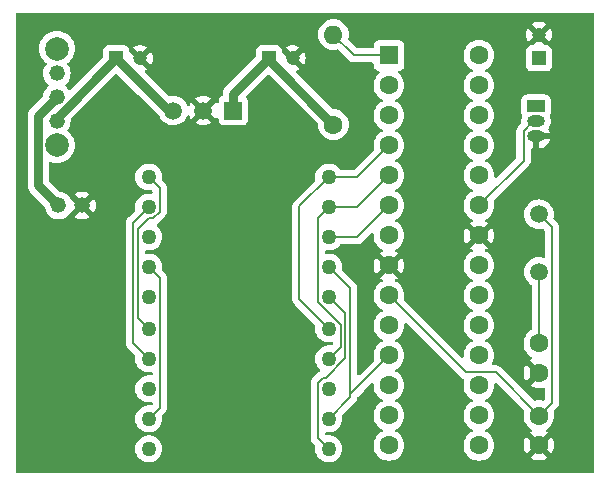
<source format=gbr>
%TF.GenerationSoftware,KiCad,Pcbnew,8.0.4*%
%TF.CreationDate,2024-08-29T11:58:41-05:00*%
%TF.ProjectId,thermometer,74686572-6d6f-46d6-9574-65722e6b6963,rev?*%
%TF.SameCoordinates,Original*%
%TF.FileFunction,Copper,L1,Top*%
%TF.FilePolarity,Positive*%
%FSLAX46Y46*%
G04 Gerber Fmt 4.6, Leading zero omitted, Abs format (unit mm)*
G04 Created by KiCad (PCBNEW 8.0.4) date 2024-08-29 11:58:41*
%MOMM*%
%LPD*%
G01*
G04 APERTURE LIST*
%TA.AperFunction,ComponentPad*%
%ADD10R,1.498600X1.498600*%
%TD*%
%TA.AperFunction,ComponentPad*%
%ADD11C,1.498600*%
%TD*%
%TA.AperFunction,ComponentPad*%
%ADD12C,1.500000*%
%TD*%
%TA.AperFunction,ComponentPad*%
%ADD13C,1.320800*%
%TD*%
%TA.AperFunction,ComponentPad*%
%ADD14R,1.200000X1.200000*%
%TD*%
%TA.AperFunction,ComponentPad*%
%ADD15C,1.200000*%
%TD*%
%TA.AperFunction,ComponentPad*%
%ADD16R,1.600000X1.600000*%
%TD*%
%TA.AperFunction,ComponentPad*%
%ADD17C,1.600000*%
%TD*%
%TA.AperFunction,ComponentPad*%
%ADD18R,1.500000X1.000000*%
%TD*%
%TA.AperFunction,ComponentPad*%
%ADD19O,1.500000X1.000000*%
%TD*%
%TA.AperFunction,ComponentPad*%
%ADD20C,2.006600*%
%TD*%
%TA.AperFunction,ComponentPad*%
%ADD21C,1.272000*%
%TD*%
%TA.AperFunction,ComponentPad*%
%ADD22O,1.600000X1.600000*%
%TD*%
%TA.AperFunction,Conductor*%
%ADD23C,0.762000*%
%TD*%
%TA.AperFunction,Conductor*%
%ADD24C,0.200000*%
%TD*%
G04 APERTURE END LIST*
D10*
%TO.P,CR1,1,VOUT*%
%TO.N,VCC*%
X155219400Y-84429600D03*
D11*
%TO.P,CR1,2,GND*%
%TO.N,GND*%
X152679400Y-84429600D03*
%TO.P,CR1,3,VIN*%
%TO.N,Net-(CR1-VIN)*%
X150139400Y-84429600D03*
%TD*%
D12*
%TO.P,Y1,1,1*%
%TO.N,Net-(U4-PB7)*%
X181102000Y-98098000D03*
%TO.P,Y1,2,2*%
%TO.N,Net-(U4-PB6)*%
X181102000Y-93218000D03*
%TD*%
D13*
%TO.P,J1,1,1*%
%TO.N,Net-(J1-Pad1)*%
X140419200Y-92470600D03*
%TO.P,J1,2,2*%
%TO.N,GND*%
X142419201Y-92470600D03*
%TD*%
D14*
%TO.P,C4,1*%
%TO.N,Net-(CR1-VIN)*%
X145320000Y-80010000D03*
D15*
%TO.P,C4,2*%
%TO.N,GND*%
X147320000Y-80010000D03*
%TD*%
D16*
%TO.P,U4,1,PC6*%
%TO.N,Net-(U4-PC6)*%
X168402000Y-79756000D03*
D17*
%TO.P,U4,2,PD0*%
%TO.N,unconnected-(U4-PD0-Pad2)*%
X168402000Y-82296000D03*
%TO.P,U4,3,PD1*%
%TO.N,unconnected-(U4-PD1-Pad3)*%
X168402000Y-84836000D03*
%TO.P,U4,4,PD2*%
%TO.N,Net-(U1-G)*%
X168402000Y-87376000D03*
%TO.P,U4,5,PD3*%
%TO.N,Net-(U1-F)*%
X168402000Y-89916000D03*
%TO.P,U4,6,PD4*%
%TO.N,Net-(U4-PD4)*%
X168402000Y-92456000D03*
%TO.P,U4,7,VCC*%
%TO.N,VCC*%
X168402000Y-94996000D03*
%TO.P,U4,8,GND*%
%TO.N,GND*%
X168402000Y-97536000D03*
%TO.P,U4,9,PB6*%
%TO.N,Net-(U4-PB6)*%
X168402000Y-100076000D03*
%TO.P,U4,10,PB7*%
%TO.N,Net-(U4-PB7)*%
X168402000Y-102616000D03*
%TO.P,U4,11,PD5*%
%TO.N,Net-(U1-A)*%
X168402000Y-105156000D03*
%TO.P,U4,12,PD6*%
%TO.N,Net-(U1-B)*%
X168402000Y-107696000D03*
%TO.P,U4,13,PD7*%
%TO.N,Net-(U4-PD7)*%
X168402000Y-110236000D03*
%TO.P,U4,14,PB0*%
%TO.N,Net-(U1-C)*%
X168402000Y-112776000D03*
%TO.P,U4,15,PB1*%
%TO.N,Net-(U1-D)*%
X176022000Y-112776000D03*
%TO.P,U4,16,PB2*%
%TO.N,Net-(U1-E)*%
X176022000Y-110236000D03*
%TO.P,U4,17,PB3*%
%TO.N,unconnected-(U4-PB3-Pad17)*%
X176022000Y-107696000D03*
%TO.P,U4,18,PB4*%
%TO.N,unconnected-(U4-PB4-Pad18)*%
X176022000Y-105156000D03*
%TO.P,U4,19,PB5*%
%TO.N,unconnected-(U4-PB5-Pad19)*%
X176022000Y-102616000D03*
%TO.P,U4,20,AVCC*%
%TO.N,VCC*%
X176022000Y-100076000D03*
%TO.P,U4,21,AREF*%
%TO.N,unconnected-(U4-AREF-Pad21)*%
X176022000Y-97536000D03*
%TO.P,U4,22,GND*%
%TO.N,GND*%
X176022000Y-94996000D03*
%TO.P,U4,23,PC0*%
%TO.N,Net-(U3-VOUT)*%
X176022000Y-92456000D03*
%TO.P,U4,24,PC1*%
%TO.N,unconnected-(U4-PC1-Pad24)*%
X176022000Y-89916000D03*
%TO.P,U4,25,PC2*%
%TO.N,unconnected-(U4-PC2-Pad25)*%
X176022000Y-87376000D03*
%TO.P,U4,26,PC3*%
%TO.N,unconnected-(U4-PC3-Pad26)*%
X176022000Y-84836000D03*
%TO.P,U4,27,PC4*%
%TO.N,unconnected-(U4-PC4-Pad27)*%
X176022000Y-82296000D03*
%TO.P,U4,28,PC5*%
%TO.N,unconnected-(U4-PC5-Pad28)*%
X176022000Y-79756000D03*
%TD*%
D18*
%TO.P,U3,1,VDD*%
%TO.N,VCC*%
X180848000Y-84074000D03*
D19*
%TO.P,U3,2,VOUT*%
%TO.N,Net-(U3-VOUT)*%
X180848000Y-85344000D03*
%TO.P,U3,3,GND*%
%TO.N,GND*%
X180848000Y-86614000D03*
%TD*%
D14*
%TO.P,C5,1*%
%TO.N,VCC*%
X158242000Y-80010000D03*
D15*
%TO.P,C5,2*%
%TO.N,GND*%
X160242000Y-80010000D03*
%TD*%
D13*
%TO.P,SW1,1,1*%
%TO.N,unconnected-(SW1-Pad1)*%
X140289550Y-81281900D03*
%TO.P,SW1,2,2*%
%TO.N,Net-(J1-Pad1)*%
X140289550Y-83281900D03*
%TO.P,SW1,3,3*%
%TO.N,Net-(CR1-VIN)*%
X140289550Y-85281901D03*
D20*
%TO.P,SW1,4*%
%TO.N,N/C*%
X140289550Y-79181901D03*
%TO.P,SW1,5*%
X140289550Y-87381899D03*
%TD*%
D21*
%TO.P,U1,1,E*%
%TO.N,Net-(U1-E)*%
X148062000Y-90056000D03*
%TO.P,U1,2,D*%
%TO.N,Net-(U1-D)*%
X148062000Y-92596000D03*
%TO.P,U1,3,CC*%
%TO.N,unconnected-(U1-CC-Pad3)*%
X148062000Y-95136000D03*
%TO.P,U1,4,C*%
%TO.N,Net-(U1-C)*%
X148062000Y-97676000D03*
%TO.P,U1,5,DP*%
%TO.N,unconnected-(U1-DP-Pad5)*%
X148062000Y-100216000D03*
%TO.P,U1,6,B*%
%TO.N,Net-(U1-B)*%
X163302000Y-100216000D03*
%TO.P,U1,7,A*%
%TO.N,Net-(U1-A)*%
X163302000Y-97676000D03*
%TO.P,U1,8,CC*%
%TO.N,Net-(U4-PD4)*%
X163302000Y-95136000D03*
%TO.P,U1,9,F*%
%TO.N,Net-(U1-F)*%
X163302000Y-92596000D03*
%TO.P,U1,10,G*%
%TO.N,Net-(U1-G)*%
X163302000Y-90056000D03*
%TD*%
D17*
%TO.P,R1,1*%
%TO.N,VCC*%
X163702000Y-85616000D03*
D22*
%TO.P,R1,2*%
%TO.N,Net-(U4-PC6)*%
X163702000Y-77996000D03*
%TD*%
D17*
%TO.P,C2,1*%
%TO.N,GND*%
X181102000Y-106640000D03*
%TO.P,C2,2*%
%TO.N,Net-(U4-PB7)*%
X181102000Y-104140000D03*
%TD*%
%TO.P,C1,1*%
%TO.N,GND*%
X181102000Y-112756000D03*
%TO.P,C1,2*%
%TO.N,Net-(U4-PB6)*%
X181102000Y-110256000D03*
%TD*%
D14*
%TO.P,C3,1*%
%TO.N,VCC*%
X181102000Y-80010000D03*
D15*
%TO.P,C3,2*%
%TO.N,GND*%
X181102000Y-78010000D03*
%TD*%
D21*
%TO.P,U2,1,E*%
%TO.N,Net-(U1-E)*%
X148062000Y-102900000D03*
%TO.P,U2,2,D*%
%TO.N,Net-(U1-D)*%
X148062000Y-105440000D03*
%TO.P,U2,3,CC*%
%TO.N,unconnected-(U2-CC-Pad3)*%
X148062000Y-107980000D03*
%TO.P,U2,4,C*%
%TO.N,Net-(U1-C)*%
X148062000Y-110520000D03*
%TO.P,U2,5,DP*%
%TO.N,unconnected-(U2-DP-Pad5)*%
X148062000Y-113060000D03*
%TO.P,U2,6,B*%
%TO.N,Net-(U1-B)*%
X163302000Y-113060000D03*
%TO.P,U2,7,A*%
%TO.N,Net-(U1-A)*%
X163302000Y-110520000D03*
%TO.P,U2,8,CC*%
%TO.N,Net-(U4-PD7)*%
X163302000Y-107980000D03*
%TO.P,U2,9,F*%
%TO.N,Net-(U1-F)*%
X163302000Y-105440000D03*
%TO.P,U2,10,G*%
%TO.N,Net-(U1-G)*%
X163302000Y-102900000D03*
%TD*%
D23*
%TO.N,VCC*%
X158242000Y-80156000D02*
X163702000Y-85616000D01*
X158242000Y-80010000D02*
X158242000Y-80156000D01*
X155219400Y-83032600D02*
X158242000Y-80010000D01*
X155219400Y-84429600D02*
X155219400Y-83032600D01*
%TO.N,Net-(CR1-VIN)*%
X149739600Y-84429600D02*
X150139400Y-84429600D01*
X145320000Y-80010000D02*
X149739600Y-84429600D01*
D24*
%TO.N,Net-(U4-PB6)*%
X182202000Y-109156000D02*
X182202000Y-94318000D01*
X177442000Y-106596000D02*
X181102000Y-110256000D01*
X174922000Y-106596000D02*
X177442000Y-106596000D01*
X168402000Y-100076000D02*
X174922000Y-106596000D01*
X181102000Y-110256000D02*
X182202000Y-109156000D01*
X182202000Y-94318000D02*
X181102000Y-93218000D01*
%TO.N,Net-(U4-PB7)*%
X181102000Y-98098000D02*
X181102000Y-104140000D01*
D23*
%TO.N,Net-(CR1-VIN)*%
X140289550Y-85040450D02*
X145320000Y-80010000D01*
X140289550Y-85281901D02*
X140289550Y-85040450D01*
%TO.N,Net-(J1-Pad1)*%
X138705250Y-90756650D02*
X138705250Y-84866200D01*
X138705250Y-84866200D02*
X140289550Y-83281900D01*
X140419200Y-92470600D02*
X138705250Y-90756650D01*
D24*
%TO.N,Net-(U4-PC6)*%
X168402000Y-79756000D02*
X165462000Y-79756000D01*
X165462000Y-79756000D02*
X163702000Y-77996000D01*
%TO.N,Net-(U1-B)*%
X162366000Y-107496000D02*
X162366000Y-112124000D01*
X162366000Y-112124000D02*
X163302000Y-113060000D01*
X164702000Y-105394000D02*
X163052000Y-107044000D01*
X162818000Y-107044000D02*
X162366000Y-107496000D01*
X163302000Y-100216000D02*
X164702000Y-101616000D01*
X164702000Y-101616000D02*
X164702000Y-105394000D01*
X163052000Y-107044000D02*
X162818000Y-107044000D01*
%TO.N,Net-(U1-G)*%
X163302000Y-90056000D02*
X165722000Y-90056000D01*
X160802000Y-92556000D02*
X160802000Y-100400000D01*
X160802000Y-100400000D02*
X163302000Y-102900000D01*
X165722000Y-90056000D02*
X168402000Y-87376000D01*
X163302000Y-90056000D02*
X160802000Y-92556000D01*
%TO.N,Net-(U1-C)*%
X148998000Y-98612000D02*
X148998000Y-109584000D01*
X148998000Y-109584000D02*
X148062000Y-110520000D01*
X148062000Y-97676000D02*
X148998000Y-98612000D01*
%TO.N,Net-(U1-E)*%
X148062000Y-90056000D02*
X148998000Y-90992000D01*
X148998000Y-90992000D02*
X148998000Y-92983704D01*
X147126000Y-94486000D02*
X147126000Y-101964000D01*
X148062000Y-93550000D02*
X147126000Y-94486000D01*
X148431704Y-93550000D02*
X148062000Y-93550000D01*
X147126000Y-101964000D02*
X148062000Y-102900000D01*
X148998000Y-92983704D02*
X148431704Y-93550000D01*
%TO.N,Net-(U1-F)*%
X164302000Y-102576296D02*
X164302000Y-104440000D01*
X168402000Y-89916000D02*
X165722000Y-92596000D01*
X162366000Y-93532000D02*
X162366000Y-100640296D01*
X163302000Y-92596000D02*
X162366000Y-93532000D01*
X165722000Y-92596000D02*
X163302000Y-92596000D01*
X162366000Y-100640296D02*
X164302000Y-102576296D01*
X164302000Y-104440000D02*
X163302000Y-105440000D01*
%TO.N,Net-(U1-D)*%
X146726000Y-104104000D02*
X148062000Y-105440000D01*
X148062000Y-92596000D02*
X146726000Y-93932000D01*
X146726000Y-93932000D02*
X146726000Y-104104000D01*
%TO.N,Net-(U1-A)*%
X165102000Y-108516000D02*
X165102000Y-99476000D01*
X165102000Y-99476000D02*
X163302000Y-97676000D01*
X168402000Y-105156000D02*
X165102000Y-108456000D01*
X165102000Y-108456000D02*
X165102000Y-108516000D01*
X163302000Y-110520000D02*
X165102000Y-108720000D01*
X165102000Y-108720000D02*
X165102000Y-108516000D01*
%TO.N,Net-(U4-PD4)*%
X168402000Y-92456000D02*
X165722000Y-95136000D01*
X165722000Y-95136000D02*
X163302000Y-95136000D01*
%TO.N,Net-(U3-VOUT)*%
X179798000Y-88680000D02*
X179798000Y-86178000D01*
X179798000Y-86178000D02*
X180632000Y-85344000D01*
X180632000Y-85344000D02*
X180848000Y-85344000D01*
X176022000Y-92456000D02*
X179798000Y-88680000D01*
%TD*%
%TA.AperFunction,Conductor*%
%TO.N,GND*%
G36*
X167023586Y-94786161D02*
G01*
X167079519Y-94828033D01*
X167103936Y-94893497D01*
X167103780Y-94913150D01*
X167096532Y-94995997D01*
X167096532Y-94996001D01*
X167116364Y-95222686D01*
X167116366Y-95222697D01*
X167175258Y-95442488D01*
X167175261Y-95442496D01*
X167256410Y-95616520D01*
X167271431Y-95648731D01*
X167271432Y-95648734D01*
X167401954Y-95835141D01*
X167562858Y-95996045D01*
X167562861Y-95996047D01*
X167749266Y-96126568D01*
X167807865Y-96153893D01*
X167860305Y-96200065D01*
X167879457Y-96267258D01*
X167859242Y-96334139D01*
X167807867Y-96378657D01*
X167749513Y-96405868D01*
X167749512Y-96405868D01*
X167676526Y-96456973D01*
X167676526Y-96456974D01*
X168272590Y-97053037D01*
X168209007Y-97070075D01*
X168094993Y-97135901D01*
X168001901Y-97228993D01*
X167936075Y-97343007D01*
X167919037Y-97406589D01*
X167322974Y-96810526D01*
X167322973Y-96810526D01*
X167271868Y-96883512D01*
X167271866Y-96883516D01*
X167175734Y-97089673D01*
X167175730Y-97089682D01*
X167116860Y-97309389D01*
X167116858Y-97309400D01*
X167097034Y-97535997D01*
X167097034Y-97536002D01*
X167116858Y-97762599D01*
X167116860Y-97762610D01*
X167175730Y-97982317D01*
X167175735Y-97982331D01*
X167271863Y-98188478D01*
X167322974Y-98261472D01*
X167919037Y-97665409D01*
X167936075Y-97728993D01*
X168001901Y-97843007D01*
X168094993Y-97936099D01*
X168209007Y-98001925D01*
X168272590Y-98018962D01*
X167676526Y-98615025D01*
X167749513Y-98666132D01*
X167749521Y-98666136D01*
X167807864Y-98693342D01*
X167860304Y-98739514D01*
X167879456Y-98806707D01*
X167859241Y-98873589D01*
X167807866Y-98918105D01*
X167749272Y-98945428D01*
X167749265Y-98945432D01*
X167562858Y-99075954D01*
X167401954Y-99236858D01*
X167271432Y-99423265D01*
X167271431Y-99423267D01*
X167175261Y-99629502D01*
X167175258Y-99629511D01*
X167116366Y-99849302D01*
X167116364Y-99849313D01*
X167096532Y-100075998D01*
X167096532Y-100076001D01*
X167116364Y-100302686D01*
X167116366Y-100302697D01*
X167175258Y-100522488D01*
X167175261Y-100522497D01*
X167271431Y-100728732D01*
X167271432Y-100728734D01*
X167401954Y-100915141D01*
X167562858Y-101076045D01*
X167562861Y-101076047D01*
X167749266Y-101206568D01*
X167807275Y-101233618D01*
X167859714Y-101279791D01*
X167878866Y-101346984D01*
X167858650Y-101413865D01*
X167807275Y-101458382D01*
X167749267Y-101485431D01*
X167749265Y-101485432D01*
X167562858Y-101615954D01*
X167401954Y-101776858D01*
X167271432Y-101963265D01*
X167271431Y-101963267D01*
X167175261Y-102169502D01*
X167175258Y-102169511D01*
X167116366Y-102389302D01*
X167116364Y-102389313D01*
X167096532Y-102615998D01*
X167096532Y-102616001D01*
X167116364Y-102842686D01*
X167116366Y-102842697D01*
X167175258Y-103062488D01*
X167175261Y-103062497D01*
X167271431Y-103268732D01*
X167271432Y-103268734D01*
X167401954Y-103455141D01*
X167562858Y-103616045D01*
X167562861Y-103616047D01*
X167749266Y-103746568D01*
X167807275Y-103773618D01*
X167859714Y-103819791D01*
X167878866Y-103886984D01*
X167858650Y-103953865D01*
X167807275Y-103998382D01*
X167749267Y-104025431D01*
X167749265Y-104025432D01*
X167562858Y-104155954D01*
X167401954Y-104316858D01*
X167271432Y-104503265D01*
X167271431Y-104503267D01*
X167175261Y-104709502D01*
X167175258Y-104709511D01*
X167116366Y-104929302D01*
X167116364Y-104929313D01*
X167096532Y-105155998D01*
X167096532Y-105156001D01*
X167116364Y-105382686D01*
X167116366Y-105382697D01*
X167142152Y-105478931D01*
X167140489Y-105548781D01*
X167110058Y-105598705D01*
X165914181Y-106794583D01*
X165852858Y-106828068D01*
X165783166Y-106823084D01*
X165727233Y-106781212D01*
X165702816Y-106715748D01*
X165702500Y-106706902D01*
X165702500Y-99396945D01*
X165702500Y-99396943D01*
X165661577Y-99244216D01*
X165634754Y-99197757D01*
X165582524Y-99107290D01*
X165582521Y-99107286D01*
X165582520Y-99107284D01*
X165470716Y-98995480D01*
X165470715Y-98995479D01*
X165466385Y-98991149D01*
X165466374Y-98991139D01*
X164459755Y-97984520D01*
X164426270Y-97923197D01*
X164423965Y-97885397D01*
X164424464Y-97880020D01*
X164443369Y-97676000D01*
X164442690Y-97668677D01*
X164423935Y-97466274D01*
X164423934Y-97466272D01*
X164388862Y-97343007D01*
X164366295Y-97263690D01*
X164279649Y-97089682D01*
X164272414Y-97075152D01*
X164272409Y-97075144D01*
X164223893Y-97010898D01*
X164145482Y-96907065D01*
X164145479Y-96907062D01*
X164145476Y-96907059D01*
X163989829Y-96765169D01*
X163989828Y-96765168D01*
X163810752Y-96654288D01*
X163810751Y-96654287D01*
X163637499Y-96587170D01*
X163614350Y-96578202D01*
X163407312Y-96539500D01*
X163196688Y-96539500D01*
X163113283Y-96555090D01*
X163043770Y-96548060D01*
X162989091Y-96504562D01*
X162966609Y-96438408D01*
X162966500Y-96433202D01*
X162966500Y-96378797D01*
X162986185Y-96311758D01*
X163038989Y-96266003D01*
X163108147Y-96256059D01*
X163113262Y-96256905D01*
X163196688Y-96272500D01*
X163196689Y-96272500D01*
X163407310Y-96272500D01*
X163407312Y-96272500D01*
X163614350Y-96233798D01*
X163810752Y-96157712D01*
X163989828Y-96046832D01*
X164145482Y-95904935D01*
X164235469Y-95785772D01*
X164291577Y-95744137D01*
X164334422Y-95736500D01*
X165635331Y-95736500D01*
X165635347Y-95736501D01*
X165642943Y-95736501D01*
X165801054Y-95736501D01*
X165801057Y-95736501D01*
X165953785Y-95695577D01*
X166034919Y-95648734D01*
X166090716Y-95616520D01*
X166202520Y-95504716D01*
X166202520Y-95504714D01*
X166212724Y-95494511D01*
X166212728Y-95494506D01*
X166892573Y-94814660D01*
X166953894Y-94781177D01*
X167023586Y-94786161D01*
G37*
%TD.AperFunction*%
%TA.AperFunction,Conductor*%
G36*
X180692225Y-86380866D02*
G01*
X180614866Y-86458225D01*
X180598000Y-86498943D01*
X180598000Y-86488000D01*
X180617685Y-86420961D01*
X180670489Y-86375206D01*
X180722000Y-86364000D01*
X180732943Y-86364000D01*
X180692225Y-86380866D01*
G37*
%TD.AperFunction*%
%TA.AperFunction,Conductor*%
G36*
X185724539Y-76178185D02*
G01*
X185770294Y-76230989D01*
X185781500Y-76282500D01*
X185781500Y-115017500D01*
X185761815Y-115084539D01*
X185709011Y-115130294D01*
X185657500Y-115141500D01*
X136922500Y-115141500D01*
X136855461Y-115121815D01*
X136809706Y-115069011D01*
X136798500Y-115017500D01*
X136798500Y-113059999D01*
X146920631Y-113059999D01*
X146920631Y-113060000D01*
X146940064Y-113269725D01*
X146940065Y-113269727D01*
X146997703Y-113472305D01*
X146997704Y-113472307D01*
X146997705Y-113472310D01*
X147028829Y-113534815D01*
X147091585Y-113660847D01*
X147091590Y-113660855D01*
X147218520Y-113828937D01*
X147218523Y-113828940D01*
X147329699Y-113930290D01*
X147374172Y-113970832D01*
X147553248Y-114081712D01*
X147749650Y-114157798D01*
X147956688Y-114196500D01*
X147956690Y-114196500D01*
X148167310Y-114196500D01*
X148167312Y-114196500D01*
X148374350Y-114157798D01*
X148570752Y-114081712D01*
X148749828Y-113970832D01*
X148905482Y-113828935D01*
X149032411Y-113660853D01*
X149126295Y-113472310D01*
X149183935Y-113269726D01*
X149203369Y-113060000D01*
X149183935Y-112850274D01*
X149126295Y-112647690D01*
X149049126Y-112492715D01*
X149032414Y-112459152D01*
X149032409Y-112459144D01*
X148980559Y-112390484D01*
X148905482Y-112291065D01*
X148905479Y-112291062D01*
X148905476Y-112291059D01*
X148749829Y-112149169D01*
X148749828Y-112149168D01*
X148570752Y-112038288D01*
X148570751Y-112038287D01*
X148427144Y-111982654D01*
X148374350Y-111962202D01*
X148167312Y-111923500D01*
X147956688Y-111923500D01*
X147749650Y-111962202D01*
X147749647Y-111962202D01*
X147749647Y-111962203D01*
X147553248Y-112038287D01*
X147553247Y-112038288D01*
X147374170Y-112149169D01*
X147218523Y-112291059D01*
X147218520Y-112291062D01*
X147091590Y-112459144D01*
X147091585Y-112459152D01*
X146997706Y-112647688D01*
X146997703Y-112647694D01*
X146940065Y-112850272D01*
X146940064Y-112850274D01*
X146920631Y-113059999D01*
X136798500Y-113059999D01*
X136798500Y-104183054D01*
X146125498Y-104183054D01*
X146125499Y-104183057D01*
X146166423Y-104335785D01*
X146187207Y-104371784D01*
X146245477Y-104472712D01*
X146245481Y-104472717D01*
X146364349Y-104591585D01*
X146364355Y-104591590D01*
X146904244Y-105131479D01*
X146937729Y-105192802D01*
X146940034Y-105230601D01*
X146920631Y-105439999D01*
X146920631Y-105440000D01*
X146940064Y-105649725D01*
X146940065Y-105649727D01*
X146997703Y-105852305D01*
X146997704Y-105852307D01*
X146997705Y-105852310D01*
X147028685Y-105914526D01*
X147091585Y-106040847D01*
X147091590Y-106040855D01*
X147218520Y-106208937D01*
X147218523Y-106208940D01*
X147303680Y-106286570D01*
X147374172Y-106350832D01*
X147553248Y-106461712D01*
X147749650Y-106537798D01*
X147956688Y-106576500D01*
X147956690Y-106576500D01*
X148167311Y-106576500D01*
X148167312Y-106576500D01*
X148250715Y-106560909D01*
X148320229Y-106567939D01*
X148374908Y-106611436D01*
X148397391Y-106677589D01*
X148397500Y-106682797D01*
X148397500Y-106737202D01*
X148377815Y-106804241D01*
X148325011Y-106849996D01*
X148255853Y-106859940D01*
X148250729Y-106859093D01*
X148167312Y-106843500D01*
X147956688Y-106843500D01*
X147749650Y-106882202D01*
X147749647Y-106882202D01*
X147749647Y-106882203D01*
X147553248Y-106958287D01*
X147553247Y-106958288D01*
X147374170Y-107069169D01*
X147218523Y-107211059D01*
X147218520Y-107211062D01*
X147091590Y-107379144D01*
X147091585Y-107379152D01*
X146997706Y-107567688D01*
X146997703Y-107567694D01*
X146940065Y-107770272D01*
X146940064Y-107770274D01*
X146920631Y-107979999D01*
X146920631Y-107980000D01*
X146940064Y-108189725D01*
X146940065Y-108189727D01*
X146997703Y-108392305D01*
X146997704Y-108392307D01*
X146997705Y-108392310D01*
X147028829Y-108454815D01*
X147091585Y-108580847D01*
X147091590Y-108580855D01*
X147218520Y-108748937D01*
X147218523Y-108748940D01*
X147303680Y-108826570D01*
X147374172Y-108890832D01*
X147553248Y-109001712D01*
X147749650Y-109077798D01*
X147956688Y-109116500D01*
X147956690Y-109116500D01*
X148167311Y-109116500D01*
X148167312Y-109116500D01*
X148250715Y-109100909D01*
X148320229Y-109107939D01*
X148374908Y-109151436D01*
X148397391Y-109217589D01*
X148397500Y-109222797D01*
X148397500Y-109277201D01*
X148377815Y-109344240D01*
X148325011Y-109389995D01*
X148255853Y-109399939D01*
X148250716Y-109399090D01*
X148181449Y-109386142D01*
X148167312Y-109383500D01*
X147956688Y-109383500D01*
X147749650Y-109422202D01*
X147749647Y-109422202D01*
X147749647Y-109422203D01*
X147553248Y-109498287D01*
X147553247Y-109498288D01*
X147374170Y-109609169D01*
X147218523Y-109751059D01*
X147218520Y-109751062D01*
X147091590Y-109919144D01*
X147091585Y-109919152D01*
X146997706Y-110107688D01*
X146997703Y-110107694D01*
X146940065Y-110310272D01*
X146940064Y-110310274D01*
X146920631Y-110519999D01*
X146920631Y-110520000D01*
X146940064Y-110729725D01*
X146940065Y-110729727D01*
X146997703Y-110932305D01*
X146997704Y-110932307D01*
X146997705Y-110932310D01*
X147028829Y-110994815D01*
X147091585Y-111120847D01*
X147091590Y-111120855D01*
X147156365Y-111206631D01*
X147193682Y-111256047D01*
X147218520Y-111288937D01*
X147218523Y-111288940D01*
X147303680Y-111366570D01*
X147374172Y-111430832D01*
X147553248Y-111541712D01*
X147749650Y-111617798D01*
X147956688Y-111656500D01*
X147956690Y-111656500D01*
X148167310Y-111656500D01*
X148167312Y-111656500D01*
X148374350Y-111617798D01*
X148570752Y-111541712D01*
X148749828Y-111430832D01*
X148905482Y-111288935D01*
X149032411Y-111120853D01*
X149126295Y-110932310D01*
X149183935Y-110729726D01*
X149203369Y-110520000D01*
X149183965Y-110310599D01*
X149197380Y-110242031D01*
X149219752Y-110211481D01*
X149356506Y-110074728D01*
X149356511Y-110074724D01*
X149366714Y-110064520D01*
X149366716Y-110064520D01*
X149478520Y-109952716D01*
X149537543Y-109850484D01*
X149557577Y-109815785D01*
X149598501Y-109663057D01*
X149598501Y-109504943D01*
X149598501Y-109497348D01*
X149598500Y-109497330D01*
X149598500Y-100479054D01*
X160201498Y-100479054D01*
X160242423Y-100631785D01*
X160271358Y-100681900D01*
X160271359Y-100681904D01*
X160271360Y-100681904D01*
X160321479Y-100768714D01*
X160321481Y-100768717D01*
X160440349Y-100887585D01*
X160440355Y-100887590D01*
X162144244Y-102591479D01*
X162177729Y-102652802D01*
X162180034Y-102690601D01*
X162160631Y-102899999D01*
X162160631Y-102900000D01*
X162180064Y-103109725D01*
X162180065Y-103109727D01*
X162237703Y-103312305D01*
X162237704Y-103312307D01*
X162237705Y-103312310D01*
X162268829Y-103374815D01*
X162331585Y-103500847D01*
X162331590Y-103500855D01*
X162458520Y-103668937D01*
X162458523Y-103668940D01*
X162543680Y-103746570D01*
X162614172Y-103810832D01*
X162793248Y-103921712D01*
X162989650Y-103997798D01*
X163196688Y-104036500D01*
X163196690Y-104036500D01*
X163407310Y-104036500D01*
X163407312Y-104036500D01*
X163554717Y-104008945D01*
X163624230Y-104015976D01*
X163678909Y-104059474D01*
X163701391Y-104125627D01*
X163701500Y-104130834D01*
X163701500Y-104139900D01*
X163681815Y-104206939D01*
X163665180Y-104227582D01*
X163606823Y-104285938D01*
X163545500Y-104319422D01*
X163496359Y-104320145D01*
X163458744Y-104313114D01*
X163407312Y-104303500D01*
X163196688Y-104303500D01*
X162989650Y-104342202D01*
X162989647Y-104342202D01*
X162989647Y-104342203D01*
X162793248Y-104418287D01*
X162793247Y-104418288D01*
X162614170Y-104529169D01*
X162458523Y-104671059D01*
X162458520Y-104671062D01*
X162331590Y-104839144D01*
X162331585Y-104839152D01*
X162237706Y-105027688D01*
X162237703Y-105027694D01*
X162180065Y-105230272D01*
X162180064Y-105230274D01*
X162160631Y-105439999D01*
X162160631Y-105440000D01*
X162180064Y-105649725D01*
X162180065Y-105649727D01*
X162237703Y-105852305D01*
X162237704Y-105852307D01*
X162237705Y-105852310D01*
X162268685Y-105914526D01*
X162331585Y-106040847D01*
X162331590Y-106040855D01*
X162458520Y-106208937D01*
X162458524Y-106208941D01*
X162567737Y-106308502D01*
X162604019Y-106368213D01*
X162602258Y-106438061D01*
X162563015Y-106495868D01*
X162546199Y-106507526D01*
X162449287Y-106563477D01*
X162449282Y-106563481D01*
X161990217Y-107022546D01*
X161990214Y-107022548D01*
X161990215Y-107022549D01*
X161885479Y-107127285D01*
X161885478Y-107127287D01*
X161837109Y-107211065D01*
X161806424Y-107264212D01*
X161806423Y-107264213D01*
X161794716Y-107307904D01*
X161765499Y-107416943D01*
X161765499Y-107416945D01*
X161765499Y-107585046D01*
X161765500Y-107585059D01*
X161765500Y-112037330D01*
X161765499Y-112037348D01*
X161765499Y-112203054D01*
X161765498Y-112203054D01*
X161799380Y-112329502D01*
X161806423Y-112355785D01*
X161826457Y-112390484D01*
X161833364Y-112402447D01*
X161885479Y-112492715D01*
X162004349Y-112611585D01*
X162004355Y-112611590D01*
X162144244Y-112751479D01*
X162177729Y-112812802D01*
X162180034Y-112850601D01*
X162160631Y-113059999D01*
X162160631Y-113060000D01*
X162180064Y-113269725D01*
X162180065Y-113269727D01*
X162237703Y-113472305D01*
X162237704Y-113472307D01*
X162237705Y-113472310D01*
X162268829Y-113534815D01*
X162331585Y-113660847D01*
X162331590Y-113660855D01*
X162458520Y-113828937D01*
X162458523Y-113828940D01*
X162569699Y-113930290D01*
X162614172Y-113970832D01*
X162793248Y-114081712D01*
X162989650Y-114157798D01*
X163196688Y-114196500D01*
X163196690Y-114196500D01*
X163407310Y-114196500D01*
X163407312Y-114196500D01*
X163614350Y-114157798D01*
X163810752Y-114081712D01*
X163989828Y-113970832D01*
X164145482Y-113828935D01*
X164272411Y-113660853D01*
X164366295Y-113472310D01*
X164423935Y-113269726D01*
X164443369Y-113060000D01*
X164423935Y-112850274D01*
X164366295Y-112647690D01*
X164289126Y-112492715D01*
X164272414Y-112459152D01*
X164272409Y-112459144D01*
X164220559Y-112390484D01*
X164145482Y-112291065D01*
X164145479Y-112291062D01*
X164145476Y-112291059D01*
X163989829Y-112149169D01*
X163989828Y-112149168D01*
X163810752Y-112038288D01*
X163810751Y-112038287D01*
X163667144Y-111982654D01*
X163614350Y-111962202D01*
X163407312Y-111923500D01*
X163196688Y-111923500D01*
X163181113Y-111926411D01*
X163113284Y-111939090D01*
X163043769Y-111932058D01*
X162989091Y-111888560D01*
X162966609Y-111822406D01*
X162966500Y-111817201D01*
X162966500Y-111762797D01*
X162986185Y-111695758D01*
X163038989Y-111650003D01*
X163108147Y-111640059D01*
X163113262Y-111640905D01*
X163196688Y-111656500D01*
X163196689Y-111656500D01*
X163407310Y-111656500D01*
X163407312Y-111656500D01*
X163614350Y-111617798D01*
X163810752Y-111541712D01*
X163989828Y-111430832D01*
X164145482Y-111288935D01*
X164272411Y-111120853D01*
X164366295Y-110932310D01*
X164423935Y-110729726D01*
X164443369Y-110520000D01*
X164423965Y-110310599D01*
X164437380Y-110242031D01*
X164459752Y-110211481D01*
X165460506Y-109210728D01*
X165460511Y-109210724D01*
X165470714Y-109200520D01*
X165470716Y-109200520D01*
X165582520Y-109088716D01*
X165661577Y-108951784D01*
X165691534Y-108839981D01*
X165702500Y-108799058D01*
X165702500Y-108756097D01*
X165722185Y-108689058D01*
X165738819Y-108668416D01*
X166264747Y-108142488D01*
X166892573Y-107514661D01*
X166953894Y-107481178D01*
X167023586Y-107486162D01*
X167079519Y-107528034D01*
X167103936Y-107593498D01*
X167103780Y-107613151D01*
X167096532Y-107695997D01*
X167096532Y-107696001D01*
X167116364Y-107922686D01*
X167116366Y-107922697D01*
X167175258Y-108142488D01*
X167175261Y-108142497D01*
X167271431Y-108348732D01*
X167271432Y-108348734D01*
X167401954Y-108535141D01*
X167562858Y-108696045D01*
X167562861Y-108696047D01*
X167749266Y-108826568D01*
X167807275Y-108853618D01*
X167859714Y-108899791D01*
X167878866Y-108966984D01*
X167858650Y-109033865D01*
X167807275Y-109078382D01*
X167749267Y-109105431D01*
X167749265Y-109105432D01*
X167562858Y-109235954D01*
X167401954Y-109396858D01*
X167271432Y-109583265D01*
X167271431Y-109583267D01*
X167175261Y-109789502D01*
X167175258Y-109789511D01*
X167116366Y-110009302D01*
X167116364Y-110009313D01*
X167096532Y-110235998D01*
X167096532Y-110236001D01*
X167116364Y-110462686D01*
X167116366Y-110462697D01*
X167175258Y-110682488D01*
X167175261Y-110682497D01*
X167271431Y-110888732D01*
X167271432Y-110888734D01*
X167401954Y-111075141D01*
X167562858Y-111236045D01*
X167562861Y-111236047D01*
X167749266Y-111366568D01*
X167792154Y-111386567D01*
X167807275Y-111393618D01*
X167859714Y-111439791D01*
X167878866Y-111506984D01*
X167858650Y-111573865D01*
X167807275Y-111618382D01*
X167749267Y-111645431D01*
X167749265Y-111645432D01*
X167562858Y-111775954D01*
X167401954Y-111936858D01*
X167271432Y-112123265D01*
X167271431Y-112123267D01*
X167175261Y-112329502D01*
X167175258Y-112329511D01*
X167116366Y-112549302D01*
X167116364Y-112549313D01*
X167096532Y-112775998D01*
X167096532Y-112776001D01*
X167116364Y-113002686D01*
X167116366Y-113002697D01*
X167175258Y-113222488D01*
X167175261Y-113222497D01*
X167271431Y-113428732D01*
X167271432Y-113428734D01*
X167401954Y-113615141D01*
X167562858Y-113776045D01*
X167562861Y-113776047D01*
X167749266Y-113906568D01*
X167955504Y-114002739D01*
X168175308Y-114061635D01*
X168337230Y-114075801D01*
X168401998Y-114081468D01*
X168402000Y-114081468D01*
X168402002Y-114081468D01*
X168458673Y-114076509D01*
X168628692Y-114061635D01*
X168848496Y-114002739D01*
X169054734Y-113906568D01*
X169241139Y-113776047D01*
X169402047Y-113615139D01*
X169532568Y-113428734D01*
X169628739Y-113222496D01*
X169687635Y-113002692D01*
X169707468Y-112776000D01*
X169705718Y-112756002D01*
X169701111Y-112703339D01*
X169687635Y-112549308D01*
X169628739Y-112329504D01*
X169532568Y-112123266D01*
X169434839Y-111983693D01*
X169402045Y-111936858D01*
X169241141Y-111775954D01*
X169054734Y-111645432D01*
X169054728Y-111645429D01*
X169012777Y-111625867D01*
X168996724Y-111618381D01*
X168944285Y-111572210D01*
X168925133Y-111505017D01*
X168945348Y-111438135D01*
X168996725Y-111393618D01*
X169054734Y-111366568D01*
X169241139Y-111236047D01*
X169402047Y-111075139D01*
X169532568Y-110888734D01*
X169628739Y-110682496D01*
X169687635Y-110462692D01*
X169707468Y-110236000D01*
X169687635Y-110009308D01*
X169628739Y-109789504D01*
X169532568Y-109583266D01*
X169426070Y-109431170D01*
X169402045Y-109396858D01*
X169241141Y-109235954D01*
X169054734Y-109105432D01*
X169054728Y-109105429D01*
X168996725Y-109078382D01*
X168944285Y-109032210D01*
X168925133Y-108965017D01*
X168945348Y-108898135D01*
X168996725Y-108853618D01*
X169054734Y-108826568D01*
X169241139Y-108696047D01*
X169402047Y-108535139D01*
X169532568Y-108348734D01*
X169628739Y-108142496D01*
X169687635Y-107922692D01*
X169707468Y-107696000D01*
X169687635Y-107469308D01*
X169628739Y-107249504D01*
X169532568Y-107043266D01*
X169422174Y-106885606D01*
X169402045Y-106856858D01*
X169241141Y-106695954D01*
X169054734Y-106565432D01*
X169054728Y-106565429D01*
X168996725Y-106538382D01*
X168944285Y-106492210D01*
X168925133Y-106425017D01*
X168945348Y-106358135D01*
X168996725Y-106313618D01*
X169054734Y-106286568D01*
X169241139Y-106156047D01*
X169402047Y-105995139D01*
X169532568Y-105808734D01*
X169628739Y-105602496D01*
X169687635Y-105382692D01*
X169707468Y-105156000D01*
X169687635Y-104929308D01*
X169628739Y-104709504D01*
X169532568Y-104503266D01*
X169426070Y-104351170D01*
X169402045Y-104316858D01*
X169241141Y-104155954D01*
X169054734Y-104025432D01*
X169054728Y-104025429D01*
X168996725Y-103998382D01*
X168944285Y-103952210D01*
X168925133Y-103885017D01*
X168945348Y-103818135D01*
X168996725Y-103773618D01*
X169054734Y-103746568D01*
X169241139Y-103616047D01*
X169402047Y-103455139D01*
X169532568Y-103268734D01*
X169628739Y-103062496D01*
X169687635Y-102842692D01*
X169707468Y-102616000D01*
X169700219Y-102533149D01*
X169713985Y-102464652D01*
X169762600Y-102414469D01*
X169830628Y-102398535D01*
X169896472Y-102421910D01*
X169911428Y-102434663D01*
X174437139Y-106960374D01*
X174437149Y-106960385D01*
X174441479Y-106964715D01*
X174441480Y-106964716D01*
X174553284Y-107076520D01*
X174553286Y-107076521D01*
X174553290Y-107076524D01*
X174690209Y-107155573D01*
X174690216Y-107155577D01*
X174691932Y-107156036D01*
X174693215Y-107156819D01*
X174697723Y-107158686D01*
X174697431Y-107159388D01*
X174751592Y-107192402D01*
X174782120Y-107255249D01*
X174779612Y-107307904D01*
X174736366Y-107469302D01*
X174736364Y-107469313D01*
X174716532Y-107695998D01*
X174716532Y-107696001D01*
X174736364Y-107922686D01*
X174736366Y-107922697D01*
X174795258Y-108142488D01*
X174795261Y-108142497D01*
X174891431Y-108348732D01*
X174891432Y-108348734D01*
X175021954Y-108535141D01*
X175182858Y-108696045D01*
X175182861Y-108696047D01*
X175369266Y-108826568D01*
X175427275Y-108853618D01*
X175479714Y-108899791D01*
X175498866Y-108966984D01*
X175478650Y-109033865D01*
X175427275Y-109078382D01*
X175369267Y-109105431D01*
X175369265Y-109105432D01*
X175182858Y-109235954D01*
X175021954Y-109396858D01*
X174891432Y-109583265D01*
X174891431Y-109583267D01*
X174795261Y-109789502D01*
X174795258Y-109789511D01*
X174736366Y-110009302D01*
X174736364Y-110009313D01*
X174716532Y-110235998D01*
X174716532Y-110236001D01*
X174736364Y-110462686D01*
X174736366Y-110462697D01*
X174795258Y-110682488D01*
X174795261Y-110682497D01*
X174891431Y-110888732D01*
X174891432Y-110888734D01*
X175021954Y-111075141D01*
X175182858Y-111236045D01*
X175182861Y-111236047D01*
X175369266Y-111366568D01*
X175412154Y-111386567D01*
X175427275Y-111393618D01*
X175479714Y-111439791D01*
X175498866Y-111506984D01*
X175478650Y-111573865D01*
X175427275Y-111618382D01*
X175369267Y-111645431D01*
X175369265Y-111645432D01*
X175182858Y-111775954D01*
X175021954Y-111936858D01*
X174891432Y-112123265D01*
X174891431Y-112123267D01*
X174795261Y-112329502D01*
X174795258Y-112329511D01*
X174736366Y-112549302D01*
X174736364Y-112549313D01*
X174716532Y-112775998D01*
X174716532Y-112776001D01*
X174736364Y-113002686D01*
X174736366Y-113002697D01*
X174795258Y-113222488D01*
X174795261Y-113222497D01*
X174891431Y-113428732D01*
X174891432Y-113428734D01*
X175021954Y-113615141D01*
X175182858Y-113776045D01*
X175182861Y-113776047D01*
X175369266Y-113906568D01*
X175575504Y-114002739D01*
X175795308Y-114061635D01*
X175957230Y-114075801D01*
X176021998Y-114081468D01*
X176022000Y-114081468D01*
X176022002Y-114081468D01*
X176078673Y-114076509D01*
X176248692Y-114061635D01*
X176468496Y-114002739D01*
X176674734Y-113906568D01*
X176861139Y-113776047D01*
X177022047Y-113615139D01*
X177152568Y-113428734D01*
X177248739Y-113222496D01*
X177307635Y-113002692D01*
X177327468Y-112776000D01*
X177325718Y-112756002D01*
X177321111Y-112703339D01*
X177307635Y-112549308D01*
X177248739Y-112329504D01*
X177152568Y-112123266D01*
X177054839Y-111983693D01*
X177022045Y-111936858D01*
X176861141Y-111775954D01*
X176674734Y-111645432D01*
X176674728Y-111645429D01*
X176632777Y-111625867D01*
X176616724Y-111618381D01*
X176564285Y-111572210D01*
X176545133Y-111505017D01*
X176565348Y-111438135D01*
X176616725Y-111393618D01*
X176674734Y-111366568D01*
X176861139Y-111236047D01*
X177022047Y-111075139D01*
X177152568Y-110888734D01*
X177248739Y-110682496D01*
X177307635Y-110462692D01*
X177327468Y-110236000D01*
X177307635Y-110009308D01*
X177248739Y-109789504D01*
X177152568Y-109583266D01*
X177046070Y-109431170D01*
X177022045Y-109396858D01*
X176861141Y-109235954D01*
X176674734Y-109105432D01*
X176674728Y-109105429D01*
X176616725Y-109078382D01*
X176564285Y-109032210D01*
X176545133Y-108965017D01*
X176565348Y-108898135D01*
X176616725Y-108853618D01*
X176674734Y-108826568D01*
X176861139Y-108696047D01*
X177022047Y-108535139D01*
X177152568Y-108348734D01*
X177248739Y-108142496D01*
X177307635Y-107922692D01*
X177327468Y-107696000D01*
X177322137Y-107635068D01*
X177335903Y-107566570D01*
X177384518Y-107516387D01*
X177452547Y-107500453D01*
X177518391Y-107523828D01*
X177533346Y-107536581D01*
X179810058Y-109813293D01*
X179843543Y-109874616D01*
X179842152Y-109933067D01*
X179816366Y-110029302D01*
X179816364Y-110029313D01*
X179796532Y-110255998D01*
X179796532Y-110256001D01*
X179816364Y-110482686D01*
X179816366Y-110482697D01*
X179875258Y-110702488D01*
X179875261Y-110702497D01*
X179971431Y-110908732D01*
X179971432Y-110908734D01*
X180101954Y-111095141D01*
X180262858Y-111256045D01*
X180262861Y-111256047D01*
X180449266Y-111386568D01*
X180464975Y-111393893D01*
X180517414Y-111440064D01*
X180536567Y-111507257D01*
X180516352Y-111574138D01*
X180464979Y-111618656D01*
X180449514Y-111625867D01*
X180449512Y-111625868D01*
X180376526Y-111676973D01*
X180376526Y-111676974D01*
X181055553Y-112356000D01*
X181049339Y-112356000D01*
X180947606Y-112383259D01*
X180856394Y-112435920D01*
X180781920Y-112510394D01*
X180729259Y-112601606D01*
X180702000Y-112703339D01*
X180702000Y-112709552D01*
X180022974Y-112030526D01*
X180022973Y-112030526D01*
X179971868Y-112103512D01*
X179971866Y-112103516D01*
X179875734Y-112309673D01*
X179875730Y-112309682D01*
X179816860Y-112529389D01*
X179816858Y-112529400D01*
X179797034Y-112755997D01*
X179797034Y-112756002D01*
X179816858Y-112982599D01*
X179816860Y-112982610D01*
X179875730Y-113202317D01*
X179875735Y-113202331D01*
X179971863Y-113408478D01*
X180022974Y-113481472D01*
X180702000Y-112802446D01*
X180702000Y-112808661D01*
X180729259Y-112910394D01*
X180781920Y-113001606D01*
X180856394Y-113076080D01*
X180947606Y-113128741D01*
X181049339Y-113156000D01*
X181055553Y-113156000D01*
X180376526Y-113835025D01*
X180449513Y-113886132D01*
X180449521Y-113886136D01*
X180655668Y-113982264D01*
X180655682Y-113982269D01*
X180875389Y-114041139D01*
X180875400Y-114041141D01*
X181101998Y-114060966D01*
X181102002Y-114060966D01*
X181328599Y-114041141D01*
X181328610Y-114041139D01*
X181548317Y-113982269D01*
X181548331Y-113982264D01*
X181754478Y-113886136D01*
X181827471Y-113835024D01*
X181148447Y-113156000D01*
X181154661Y-113156000D01*
X181256394Y-113128741D01*
X181347606Y-113076080D01*
X181422080Y-113001606D01*
X181474741Y-112910394D01*
X181502000Y-112808661D01*
X181502000Y-112802447D01*
X182181024Y-113481471D01*
X182232136Y-113408478D01*
X182328264Y-113202331D01*
X182328269Y-113202317D01*
X182387139Y-112982610D01*
X182387141Y-112982599D01*
X182406966Y-112756002D01*
X182406966Y-112755997D01*
X182387141Y-112529400D01*
X182387139Y-112529389D01*
X182328269Y-112309682D01*
X182328264Y-112309668D01*
X182232136Y-112103521D01*
X182232132Y-112103513D01*
X182181025Y-112030526D01*
X181502000Y-112709551D01*
X181502000Y-112703339D01*
X181474741Y-112601606D01*
X181422080Y-112510394D01*
X181347606Y-112435920D01*
X181256394Y-112383259D01*
X181154661Y-112356000D01*
X181148448Y-112356000D01*
X181827472Y-111676974D01*
X181754480Y-111625864D01*
X181739024Y-111618657D01*
X181686585Y-111572484D01*
X181667433Y-111505290D01*
X181687649Y-111438409D01*
X181739023Y-111393893D01*
X181754734Y-111386568D01*
X181941139Y-111256047D01*
X182102047Y-111095139D01*
X182232568Y-110908734D01*
X182328739Y-110702496D01*
X182387635Y-110482692D01*
X182407468Y-110256000D01*
X182387635Y-110029308D01*
X182361847Y-109933066D01*
X182363510Y-109863217D01*
X182393939Y-109813294D01*
X182560506Y-109646728D01*
X182560511Y-109646724D01*
X182570714Y-109636520D01*
X182570716Y-109636520D01*
X182682520Y-109524716D01*
X182744790Y-109416861D01*
X182747507Y-109412156D01*
X182761574Y-109387790D01*
X182761575Y-109387789D01*
X182761575Y-109387787D01*
X182761577Y-109387785D01*
X182802501Y-109235057D01*
X182802501Y-109076943D01*
X182802501Y-109069348D01*
X182802500Y-109069330D01*
X182802500Y-94407059D01*
X182802501Y-94407046D01*
X182802501Y-94238945D01*
X182802501Y-94238943D01*
X182761577Y-94086215D01*
X182726163Y-94024877D01*
X182726163Y-94024876D01*
X182682522Y-93949287D01*
X182682521Y-93949286D01*
X182682520Y-93949284D01*
X182570716Y-93837480D01*
X182570715Y-93837479D01*
X182566385Y-93833149D01*
X182566374Y-93833139D01*
X182353117Y-93619882D01*
X182319632Y-93558559D01*
X182321023Y-93500107D01*
X182338207Y-93435977D01*
X182357277Y-93218000D01*
X182357057Y-93215490D01*
X182349284Y-93126639D01*
X182338207Y-93000023D01*
X182281575Y-92788670D01*
X182189102Y-92590362D01*
X182189100Y-92590359D01*
X182189099Y-92590357D01*
X182063599Y-92411124D01*
X181996058Y-92343583D01*
X181908877Y-92256402D01*
X181750349Y-92145399D01*
X181729638Y-92130897D01*
X181630484Y-92084661D01*
X181531330Y-92038425D01*
X181531326Y-92038424D01*
X181531322Y-92038422D01*
X181319977Y-91981793D01*
X181102002Y-91962723D01*
X181101998Y-91962723D01*
X180956682Y-91975436D01*
X180884023Y-91981793D01*
X180884020Y-91981793D01*
X180672677Y-92038422D01*
X180672668Y-92038426D01*
X180474361Y-92130898D01*
X180474357Y-92130900D01*
X180295121Y-92256402D01*
X180140402Y-92411121D01*
X180014900Y-92590357D01*
X180014898Y-92590361D01*
X179922426Y-92788668D01*
X179922422Y-92788677D01*
X179865793Y-93000020D01*
X179865793Y-93000024D01*
X179846723Y-93217997D01*
X179846723Y-93218002D01*
X179865793Y-93435975D01*
X179865793Y-93435979D01*
X179922422Y-93647322D01*
X179922424Y-93647326D01*
X179922425Y-93647330D01*
X179959111Y-93726003D01*
X180014897Y-93845638D01*
X180039998Y-93881486D01*
X180140402Y-94024877D01*
X180295123Y-94179598D01*
X180474361Y-94305102D01*
X180672670Y-94397575D01*
X180884023Y-94454207D01*
X181054450Y-94469117D01*
X181101998Y-94473277D01*
X181102000Y-94473277D01*
X181102002Y-94473277D01*
X181130254Y-94470805D01*
X181319977Y-94454207D01*
X181384108Y-94437023D01*
X181453957Y-94438686D01*
X181503882Y-94469117D01*
X181565181Y-94530416D01*
X181598666Y-94591739D01*
X181601500Y-94618097D01*
X181601500Y-96775626D01*
X181581815Y-96842665D01*
X181529011Y-96888420D01*
X181459853Y-96898364D01*
X181445407Y-96895401D01*
X181319977Y-96861793D01*
X181102002Y-96842723D01*
X181101998Y-96842723D01*
X180956682Y-96855436D01*
X180884023Y-96861793D01*
X180884020Y-96861793D01*
X180672677Y-96918422D01*
X180672668Y-96918426D01*
X180474361Y-97010898D01*
X180474357Y-97010900D01*
X180295121Y-97136402D01*
X180140402Y-97291121D01*
X180014900Y-97470357D01*
X180014898Y-97470361D01*
X179922426Y-97668668D01*
X179922422Y-97668677D01*
X179865793Y-97880020D01*
X179865793Y-97880023D01*
X179846723Y-98098000D01*
X179861024Y-98261471D01*
X179865793Y-98315975D01*
X179865793Y-98315979D01*
X179922422Y-98527322D01*
X179922424Y-98527326D01*
X179922425Y-98527330D01*
X179926489Y-98536045D01*
X180014897Y-98725638D01*
X180014898Y-98725639D01*
X180140402Y-98904877D01*
X180295123Y-99059598D01*
X180448625Y-99167081D01*
X180492249Y-99221657D01*
X180501500Y-99268655D01*
X180501500Y-102908306D01*
X180481815Y-102975345D01*
X180448623Y-103009881D01*
X180262859Y-103139953D01*
X180101954Y-103300858D01*
X179971432Y-103487265D01*
X179971431Y-103487267D01*
X179875261Y-103693502D01*
X179875258Y-103693511D01*
X179816366Y-103913302D01*
X179816364Y-103913313D01*
X179796532Y-104139998D01*
X179796532Y-104140001D01*
X179816364Y-104366686D01*
X179816366Y-104366697D01*
X179875258Y-104586488D01*
X179875261Y-104586497D01*
X179971431Y-104792732D01*
X179971432Y-104792734D01*
X180101954Y-104979141D01*
X180262858Y-105140045D01*
X180262861Y-105140047D01*
X180449266Y-105270568D01*
X180464975Y-105277893D01*
X180517414Y-105324064D01*
X180536567Y-105391257D01*
X180516352Y-105458138D01*
X180464979Y-105502656D01*
X180449514Y-105509867D01*
X180449512Y-105509868D01*
X180376526Y-105560973D01*
X180376526Y-105560974D01*
X181055553Y-106240000D01*
X181049339Y-106240000D01*
X180947606Y-106267259D01*
X180856394Y-106319920D01*
X180781920Y-106394394D01*
X180729259Y-106485606D01*
X180702000Y-106587339D01*
X180702000Y-106593552D01*
X180022974Y-105914526D01*
X180022973Y-105914526D01*
X179971868Y-105987512D01*
X179971866Y-105987516D01*
X179875734Y-106193673D01*
X179875730Y-106193682D01*
X179816860Y-106413389D01*
X179816858Y-106413400D01*
X179797034Y-106639997D01*
X179797034Y-106640002D01*
X179816858Y-106866599D01*
X179816860Y-106866610D01*
X179875730Y-107086317D01*
X179875735Y-107086331D01*
X179971863Y-107292478D01*
X180022974Y-107365472D01*
X180702000Y-106686446D01*
X180702000Y-106692661D01*
X180729259Y-106794394D01*
X180781920Y-106885606D01*
X180856394Y-106960080D01*
X180947606Y-107012741D01*
X181049339Y-107040000D01*
X181055551Y-107040000D01*
X180376526Y-107719025D01*
X180449513Y-107770132D01*
X180449521Y-107770136D01*
X180655668Y-107866264D01*
X180655682Y-107866269D01*
X180875389Y-107925139D01*
X180875400Y-107925141D01*
X181101998Y-107944966D01*
X181102002Y-107944966D01*
X181328599Y-107925141D01*
X181328609Y-107925139D01*
X181445407Y-107893844D01*
X181515256Y-107895507D01*
X181573119Y-107934669D01*
X181600623Y-107998898D01*
X181601500Y-108013619D01*
X181601500Y-108855901D01*
X181581815Y-108922940D01*
X181565181Y-108943582D01*
X181544705Y-108964058D01*
X181483382Y-108997543D01*
X181424931Y-108996152D01*
X181328697Y-108970366D01*
X181328693Y-108970365D01*
X181328692Y-108970365D01*
X181328691Y-108970364D01*
X181328686Y-108970364D01*
X181102002Y-108950532D01*
X181101998Y-108950532D01*
X180875313Y-108970364D01*
X180875302Y-108970366D01*
X180779067Y-108996152D01*
X180709217Y-108994489D01*
X180659293Y-108964058D01*
X177929590Y-106234355D01*
X177929588Y-106234352D01*
X177810717Y-106115481D01*
X177810716Y-106115480D01*
X177723904Y-106065360D01*
X177723904Y-106065359D01*
X177723900Y-106065358D01*
X177673785Y-106036423D01*
X177521057Y-105995499D01*
X177362943Y-105995499D01*
X177355347Y-105995499D01*
X177355331Y-105995500D01*
X177259512Y-105995500D01*
X177192473Y-105975815D01*
X177146718Y-105923011D01*
X177136774Y-105853853D01*
X177150636Y-105813806D01*
X177150280Y-105813640D01*
X177151887Y-105810193D01*
X177152130Y-105809492D01*
X177152559Y-105808746D01*
X177152568Y-105808734D01*
X177248739Y-105602496D01*
X177307635Y-105382692D01*
X177327468Y-105156000D01*
X177307635Y-104929308D01*
X177248739Y-104709504D01*
X177152568Y-104503266D01*
X177046070Y-104351170D01*
X177022045Y-104316858D01*
X176861141Y-104155954D01*
X176674734Y-104025432D01*
X176674728Y-104025429D01*
X176616725Y-103998382D01*
X176564285Y-103952210D01*
X176545133Y-103885017D01*
X176565348Y-103818135D01*
X176616725Y-103773618D01*
X176674734Y-103746568D01*
X176861139Y-103616047D01*
X177022047Y-103455139D01*
X177152568Y-103268734D01*
X177248739Y-103062496D01*
X177307635Y-102842692D01*
X177327468Y-102616000D01*
X177307635Y-102389308D01*
X177248739Y-102169504D01*
X177152568Y-101963266D01*
X177024203Y-101779940D01*
X177022045Y-101776858D01*
X176861141Y-101615954D01*
X176674734Y-101485432D01*
X176674728Y-101485429D01*
X176616725Y-101458382D01*
X176564285Y-101412210D01*
X176545133Y-101345017D01*
X176565348Y-101278135D01*
X176616725Y-101233618D01*
X176674734Y-101206568D01*
X176861139Y-101076047D01*
X177022047Y-100915139D01*
X177152568Y-100728734D01*
X177248739Y-100522496D01*
X177307635Y-100302692D01*
X177327468Y-100076000D01*
X177307635Y-99849308D01*
X177248739Y-99629504D01*
X177152568Y-99423266D01*
X177022047Y-99236861D01*
X177022045Y-99236858D01*
X176861141Y-99075954D01*
X176674734Y-98945432D01*
X176674728Y-98945429D01*
X176616725Y-98918382D01*
X176564285Y-98872210D01*
X176545133Y-98805017D01*
X176565348Y-98738135D01*
X176616725Y-98693618D01*
X176617319Y-98693341D01*
X176674734Y-98666568D01*
X176861139Y-98536047D01*
X177022047Y-98375139D01*
X177152568Y-98188734D01*
X177248739Y-97982496D01*
X177307635Y-97762692D01*
X177327468Y-97536000D01*
X177307635Y-97309308D01*
X177248739Y-97089504D01*
X177152568Y-96883266D01*
X177022047Y-96696861D01*
X177022045Y-96696858D01*
X176861141Y-96535954D01*
X176714394Y-96433202D01*
X176674734Y-96405432D01*
X176616132Y-96378105D01*
X176563694Y-96331933D01*
X176544543Y-96264739D01*
X176564759Y-96197858D01*
X176616135Y-96153341D01*
X176674482Y-96126133D01*
X176747471Y-96075024D01*
X176151409Y-95478962D01*
X176214993Y-95461925D01*
X176329007Y-95396099D01*
X176422099Y-95303007D01*
X176487925Y-95188993D01*
X176504962Y-95125409D01*
X177101024Y-95721471D01*
X177152136Y-95648478D01*
X177248264Y-95442331D01*
X177248269Y-95442317D01*
X177307139Y-95222610D01*
X177307141Y-95222599D01*
X177326966Y-94996002D01*
X177326966Y-94995997D01*
X177307141Y-94769400D01*
X177307139Y-94769389D01*
X177248269Y-94549682D01*
X177248264Y-94549668D01*
X177152136Y-94343521D01*
X177152132Y-94343513D01*
X177101025Y-94270526D01*
X176504962Y-94866589D01*
X176487925Y-94803007D01*
X176422099Y-94688993D01*
X176329007Y-94595901D01*
X176214993Y-94530075D01*
X176151410Y-94513037D01*
X176747472Y-93916974D01*
X176674480Y-93865864D01*
X176616134Y-93838657D01*
X176563695Y-93792484D01*
X176544543Y-93725291D01*
X176564759Y-93658410D01*
X176616134Y-93613893D01*
X176674734Y-93586568D01*
X176861139Y-93456047D01*
X177022047Y-93295139D01*
X177152568Y-93108734D01*
X177248739Y-92902496D01*
X177307635Y-92682692D01*
X177327468Y-92456000D01*
X177307635Y-92229308D01*
X177287082Y-92152604D01*
X177281847Y-92133066D01*
X177283510Y-92063217D01*
X177313939Y-92013294D01*
X180156506Y-89170728D01*
X180156511Y-89170724D01*
X180166714Y-89160520D01*
X180166716Y-89160520D01*
X180278520Y-89048716D01*
X180357577Y-88911784D01*
X180398500Y-88759057D01*
X180398500Y-87738000D01*
X180418185Y-87670961D01*
X180470989Y-87625206D01*
X180522500Y-87614000D01*
X180598000Y-87614000D01*
X181098000Y-87614000D01*
X181196492Y-87614000D01*
X181196495Y-87613999D01*
X181389681Y-87575572D01*
X181389693Y-87575569D01*
X181571671Y-87500192D01*
X181571684Y-87500185D01*
X181735462Y-87390751D01*
X181735466Y-87390748D01*
X181874748Y-87251466D01*
X181874751Y-87251462D01*
X181984185Y-87087684D01*
X181984192Y-87087671D01*
X182059569Y-86905692D01*
X182059569Y-86905690D01*
X182067862Y-86864000D01*
X181098000Y-86864000D01*
X181098000Y-87614000D01*
X180598000Y-87614000D01*
X180598000Y-86729056D01*
X180614866Y-86769775D01*
X180692225Y-86847134D01*
X180793299Y-86889000D01*
X180902701Y-86889000D01*
X181003775Y-86847134D01*
X181081134Y-86769775D01*
X181123000Y-86668701D01*
X181123000Y-86559299D01*
X181081134Y-86458225D01*
X181003775Y-86380866D01*
X180963057Y-86364000D01*
X182067862Y-86364000D01*
X182059569Y-86322309D01*
X182059569Y-86322307D01*
X181984192Y-86140328D01*
X181984188Y-86140321D01*
X181922728Y-86048341D01*
X181901850Y-85981663D01*
X181920334Y-85914283D01*
X181922704Y-85910595D01*
X181984632Y-85817914D01*
X181988208Y-85809282D01*
X182043771Y-85675139D01*
X182060051Y-85635835D01*
X182083199Y-85519464D01*
X182098500Y-85442543D01*
X182098500Y-85245456D01*
X182060052Y-85052170D01*
X182060051Y-85052169D01*
X182060051Y-85052165D01*
X182017680Y-84949873D01*
X182010212Y-84880407D01*
X182032977Y-84828111D01*
X182041796Y-84816331D01*
X182092091Y-84681483D01*
X182098500Y-84621873D01*
X182098499Y-83526128D01*
X182092091Y-83466517D01*
X182081443Y-83437969D01*
X182041797Y-83331671D01*
X182041793Y-83331664D01*
X181955547Y-83216455D01*
X181955544Y-83216452D01*
X181840335Y-83130206D01*
X181840328Y-83130202D01*
X181705482Y-83079908D01*
X181705483Y-83079908D01*
X181645883Y-83073501D01*
X181645881Y-83073500D01*
X181645873Y-83073500D01*
X181645864Y-83073500D01*
X180050129Y-83073500D01*
X180050123Y-83073501D01*
X179990516Y-83079908D01*
X179855671Y-83130202D01*
X179855664Y-83130206D01*
X179740455Y-83216452D01*
X179740452Y-83216455D01*
X179654206Y-83331664D01*
X179654202Y-83331671D01*
X179603908Y-83466517D01*
X179597864Y-83522739D01*
X179597501Y-83526123D01*
X179597500Y-83526135D01*
X179597500Y-84621870D01*
X179597501Y-84621876D01*
X179603908Y-84681483D01*
X179654202Y-84816328D01*
X179654206Y-84816335D01*
X179663023Y-84828113D01*
X179687440Y-84893578D01*
X179678318Y-84949874D01*
X179672771Y-84963266D01*
X179635950Y-85052164D01*
X179635948Y-85052168D01*
X179635947Y-85052171D01*
X179597500Y-85245456D01*
X179597500Y-85442542D01*
X179598958Y-85449873D01*
X179592729Y-85519464D01*
X179565022Y-85561742D01*
X179429286Y-85697478D01*
X179317481Y-85809282D01*
X179317475Y-85809290D01*
X179280435Y-85873447D01*
X179280435Y-85873449D01*
X179238423Y-85946214D01*
X179232969Y-85966568D01*
X179197499Y-86098943D01*
X179197499Y-86098945D01*
X179197499Y-86267046D01*
X179197500Y-86267059D01*
X179197500Y-88379902D01*
X179177815Y-88446941D01*
X179161181Y-88467583D01*
X177531428Y-90097335D01*
X177470105Y-90130820D01*
X177400413Y-90125836D01*
X177344480Y-90083964D01*
X177320063Y-90018500D01*
X177320218Y-89998857D01*
X177327468Y-89916000D01*
X177307635Y-89689308D01*
X177248739Y-89469504D01*
X177152568Y-89263266D01*
X177022047Y-89076861D01*
X177022045Y-89076858D01*
X176861141Y-88915954D01*
X176674734Y-88785432D01*
X176674728Y-88785429D01*
X176618173Y-88759057D01*
X176616724Y-88758381D01*
X176564285Y-88712210D01*
X176545133Y-88645017D01*
X176565348Y-88578135D01*
X176616725Y-88533618D01*
X176674734Y-88506568D01*
X176861139Y-88376047D01*
X177022047Y-88215139D01*
X177152568Y-88028734D01*
X177248739Y-87822496D01*
X177307635Y-87602692D01*
X177324634Y-87408384D01*
X177327468Y-87376001D01*
X177327468Y-87375998D01*
X177307635Y-87149313D01*
X177307635Y-87149308D01*
X177248739Y-86929504D01*
X177152568Y-86723266D01*
X177022047Y-86536861D01*
X177022045Y-86536858D01*
X176861141Y-86375954D01*
X176674734Y-86245432D01*
X176674728Y-86245429D01*
X176647038Y-86232517D01*
X176616724Y-86218381D01*
X176564285Y-86172210D01*
X176545133Y-86105017D01*
X176565348Y-86038135D01*
X176616725Y-85993618D01*
X176674734Y-85966568D01*
X176861139Y-85836047D01*
X177022047Y-85675139D01*
X177152568Y-85488734D01*
X177248739Y-85282496D01*
X177307635Y-85062692D01*
X177327468Y-84836000D01*
X177327133Y-84832175D01*
X177318520Y-84733721D01*
X177307635Y-84609308D01*
X177248739Y-84389504D01*
X177152568Y-84183266D01*
X177022047Y-83996861D01*
X177022045Y-83996858D01*
X176861141Y-83835954D01*
X176674734Y-83705432D01*
X176674728Y-83705429D01*
X176616725Y-83678382D01*
X176564285Y-83632210D01*
X176545133Y-83565017D01*
X176565348Y-83498135D01*
X176616725Y-83453618D01*
X176674734Y-83426568D01*
X176861139Y-83296047D01*
X177022047Y-83135139D01*
X177152568Y-82948734D01*
X177248739Y-82742496D01*
X177307635Y-82522692D01*
X177327468Y-82296000D01*
X177326234Y-82281900D01*
X177307635Y-82069313D01*
X177307635Y-82069308D01*
X177248739Y-81849504D01*
X177152568Y-81643266D01*
X177054839Y-81503693D01*
X177022045Y-81456858D01*
X176861141Y-81295954D01*
X176674734Y-81165432D01*
X176674728Y-81165429D01*
X176616725Y-81138382D01*
X176564285Y-81092210D01*
X176545133Y-81025017D01*
X176565348Y-80958135D01*
X176616725Y-80913618D01*
X176674734Y-80886568D01*
X176861139Y-80756047D01*
X177022047Y-80595139D01*
X177152568Y-80408734D01*
X177248739Y-80202496D01*
X177307635Y-79982692D01*
X177327468Y-79756000D01*
X177307635Y-79529308D01*
X177262841Y-79362135D01*
X180001500Y-79362135D01*
X180001500Y-80657870D01*
X180001501Y-80657876D01*
X180007908Y-80717483D01*
X180058202Y-80852328D01*
X180058206Y-80852335D01*
X180144452Y-80967544D01*
X180144455Y-80967547D01*
X180259664Y-81053793D01*
X180259671Y-81053797D01*
X180394517Y-81104091D01*
X180394516Y-81104091D01*
X180401444Y-81104835D01*
X180454127Y-81110500D01*
X181749872Y-81110499D01*
X181809483Y-81104091D01*
X181944331Y-81053796D01*
X182059546Y-80967546D01*
X182145796Y-80852331D01*
X182196091Y-80717483D01*
X182202500Y-80657873D01*
X182202499Y-79362128D01*
X182196091Y-79302517D01*
X182188302Y-79281634D01*
X182145797Y-79167671D01*
X182145793Y-79167664D01*
X182059547Y-79052455D01*
X182059544Y-79052452D01*
X181944335Y-78966206D01*
X181944328Y-78966202D01*
X181809482Y-78915908D01*
X181809483Y-78915908D01*
X181749883Y-78909501D01*
X181749881Y-78909500D01*
X181749873Y-78909500D01*
X181749865Y-78909500D01*
X181699308Y-78909500D01*
X181632269Y-78889815D01*
X181611627Y-78873181D01*
X181102001Y-78363553D01*
X181102000Y-78363553D01*
X180592370Y-78873181D01*
X180531047Y-78906666D01*
X180504691Y-78909500D01*
X180454130Y-78909500D01*
X180454123Y-78909501D01*
X180394516Y-78915908D01*
X180259671Y-78966202D01*
X180259664Y-78966206D01*
X180144455Y-79052452D01*
X180144452Y-79052455D01*
X180058206Y-79167664D01*
X180058202Y-79167671D01*
X180007908Y-79302517D01*
X180001501Y-79362116D01*
X180001501Y-79362123D01*
X180001500Y-79362135D01*
X177262841Y-79362135D01*
X177248739Y-79309504D01*
X177152568Y-79103266D01*
X177022047Y-78916861D01*
X177022045Y-78916858D01*
X176861141Y-78755954D01*
X176674734Y-78625432D01*
X176674732Y-78625431D01*
X176468497Y-78529261D01*
X176468488Y-78529258D01*
X176248697Y-78470366D01*
X176248693Y-78470365D01*
X176248692Y-78470365D01*
X176248691Y-78470364D01*
X176248686Y-78470364D01*
X176022002Y-78450532D01*
X176021998Y-78450532D01*
X175795313Y-78470364D01*
X175795302Y-78470366D01*
X175575511Y-78529258D01*
X175575502Y-78529261D01*
X175369267Y-78625431D01*
X175369265Y-78625432D01*
X175182858Y-78755954D01*
X175021954Y-78916858D01*
X174891432Y-79103265D01*
X174891431Y-79103267D01*
X174795261Y-79309502D01*
X174795258Y-79309511D01*
X174736366Y-79529302D01*
X174736364Y-79529313D01*
X174716532Y-79755998D01*
X174716532Y-79756001D01*
X174736364Y-79982686D01*
X174736366Y-79982697D01*
X174795258Y-80202488D01*
X174795261Y-80202497D01*
X174891431Y-80408732D01*
X174891432Y-80408734D01*
X175021954Y-80595141D01*
X175182858Y-80756045D01*
X175182861Y-80756047D01*
X175369266Y-80886568D01*
X175427275Y-80913618D01*
X175479714Y-80959791D01*
X175498866Y-81026984D01*
X175478650Y-81093865D01*
X175427275Y-81138382D01*
X175369267Y-81165431D01*
X175369265Y-81165432D01*
X175182858Y-81295954D01*
X175021954Y-81456858D01*
X174891432Y-81643265D01*
X174891431Y-81643267D01*
X174795261Y-81849502D01*
X174795258Y-81849511D01*
X174736366Y-82069302D01*
X174736364Y-82069313D01*
X174716532Y-82295998D01*
X174716532Y-82296001D01*
X174736364Y-82522686D01*
X174736366Y-82522697D01*
X174795258Y-82742488D01*
X174795261Y-82742497D01*
X174891431Y-82948732D01*
X174891432Y-82948734D01*
X175021954Y-83135141D01*
X175182858Y-83296045D01*
X175182861Y-83296047D01*
X175369266Y-83426568D01*
X175393720Y-83437971D01*
X175427275Y-83453618D01*
X175479714Y-83499791D01*
X175498866Y-83566984D01*
X175478650Y-83633865D01*
X175427275Y-83678382D01*
X175369267Y-83705431D01*
X175369265Y-83705432D01*
X175182858Y-83835954D01*
X175021954Y-83996858D01*
X174891432Y-84183265D01*
X174891431Y-84183267D01*
X174795261Y-84389502D01*
X174795258Y-84389511D01*
X174736366Y-84609302D01*
X174736364Y-84609313D01*
X174716532Y-84835998D01*
X174716532Y-84836001D01*
X174736364Y-85062686D01*
X174736366Y-85062697D01*
X174795258Y-85282488D01*
X174795261Y-85282497D01*
X174891431Y-85488732D01*
X174891432Y-85488734D01*
X175021954Y-85675141D01*
X175182858Y-85836045D01*
X175192351Y-85842692D01*
X175369266Y-85966568D01*
X175427275Y-85993618D01*
X175479714Y-86039791D01*
X175498866Y-86106984D01*
X175478650Y-86173865D01*
X175427275Y-86218382D01*
X175369267Y-86245431D01*
X175369265Y-86245432D01*
X175182858Y-86375954D01*
X175021954Y-86536858D01*
X174891432Y-86723265D01*
X174891431Y-86723267D01*
X174795261Y-86929502D01*
X174795258Y-86929511D01*
X174736366Y-87149302D01*
X174736364Y-87149313D01*
X174716532Y-87375998D01*
X174716532Y-87376001D01*
X174736364Y-87602686D01*
X174736366Y-87602697D01*
X174795258Y-87822488D01*
X174795261Y-87822497D01*
X174891431Y-88028732D01*
X174891432Y-88028734D01*
X175021954Y-88215141D01*
X175182858Y-88376045D01*
X175229693Y-88408839D01*
X175369266Y-88506568D01*
X175427275Y-88533618D01*
X175479714Y-88579791D01*
X175498866Y-88646984D01*
X175478650Y-88713865D01*
X175427275Y-88758381D01*
X175425827Y-88759057D01*
X175369267Y-88785431D01*
X175369265Y-88785432D01*
X175182858Y-88915954D01*
X175021954Y-89076858D01*
X174891432Y-89263265D01*
X174891431Y-89263267D01*
X174795261Y-89469502D01*
X174795258Y-89469511D01*
X174736366Y-89689302D01*
X174736364Y-89689313D01*
X174716532Y-89915998D01*
X174716532Y-89916001D01*
X174736364Y-90142686D01*
X174736366Y-90142697D01*
X174795258Y-90362488D01*
X174795261Y-90362497D01*
X174808795Y-90391520D01*
X174876410Y-90536520D01*
X174891431Y-90568731D01*
X174891432Y-90568734D01*
X175021954Y-90755141D01*
X175182858Y-90916045D01*
X175182861Y-90916047D01*
X175369266Y-91046568D01*
X175421789Y-91071060D01*
X175427275Y-91073618D01*
X175479714Y-91119791D01*
X175498866Y-91186984D01*
X175478650Y-91253865D01*
X175427275Y-91298382D01*
X175369267Y-91325431D01*
X175369265Y-91325432D01*
X175182858Y-91455954D01*
X175021954Y-91616858D01*
X174891432Y-91803265D01*
X174891431Y-91803267D01*
X174795261Y-92009502D01*
X174795258Y-92009511D01*
X174736366Y-92229302D01*
X174736365Y-92229306D01*
X174736365Y-92229308D01*
X174733989Y-92256468D01*
X174716532Y-92455998D01*
X174716532Y-92456001D01*
X174736364Y-92682686D01*
X174736366Y-92682697D01*
X174795258Y-92902488D01*
X174795261Y-92902497D01*
X174891431Y-93108732D01*
X174891432Y-93108734D01*
X175021954Y-93295141D01*
X175182858Y-93456045D01*
X175209112Y-93474428D01*
X175369266Y-93586568D01*
X175427865Y-93613893D01*
X175480305Y-93660065D01*
X175499457Y-93727258D01*
X175479242Y-93794139D01*
X175427867Y-93838657D01*
X175369513Y-93865868D01*
X175369512Y-93865868D01*
X175296526Y-93916973D01*
X175296526Y-93916974D01*
X175892590Y-94513037D01*
X175829007Y-94530075D01*
X175714993Y-94595901D01*
X175621901Y-94688993D01*
X175556075Y-94803007D01*
X175539037Y-94866589D01*
X174942974Y-94270526D01*
X174942973Y-94270526D01*
X174891868Y-94343512D01*
X174891866Y-94343516D01*
X174795734Y-94549673D01*
X174795730Y-94549682D01*
X174736860Y-94769389D01*
X174736858Y-94769400D01*
X174717034Y-94995997D01*
X174717034Y-94996002D01*
X174736858Y-95222599D01*
X174736860Y-95222610D01*
X174795730Y-95442317D01*
X174795735Y-95442331D01*
X174891863Y-95648478D01*
X174942974Y-95721472D01*
X175539037Y-95125409D01*
X175556075Y-95188993D01*
X175621901Y-95303007D01*
X175714993Y-95396099D01*
X175829007Y-95461925D01*
X175892590Y-95478962D01*
X175296526Y-96075025D01*
X175369513Y-96126132D01*
X175369521Y-96126136D01*
X175427864Y-96153342D01*
X175480304Y-96199514D01*
X175499456Y-96266707D01*
X175479241Y-96333589D01*
X175427866Y-96378105D01*
X175369272Y-96405428D01*
X175369265Y-96405432D01*
X175182858Y-96535954D01*
X175021954Y-96696858D01*
X174891432Y-96883265D01*
X174891431Y-96883267D01*
X174795261Y-97089502D01*
X174795258Y-97089511D01*
X174736366Y-97309302D01*
X174736364Y-97309313D01*
X174716532Y-97535998D01*
X174716532Y-97536001D01*
X174736364Y-97762686D01*
X174736366Y-97762697D01*
X174795258Y-97982488D01*
X174795261Y-97982497D01*
X174891431Y-98188732D01*
X174891432Y-98188734D01*
X175021954Y-98375141D01*
X175182858Y-98536045D01*
X175182861Y-98536047D01*
X175369266Y-98666568D01*
X175421789Y-98691060D01*
X175427275Y-98693618D01*
X175479714Y-98739791D01*
X175498866Y-98806984D01*
X175478650Y-98873865D01*
X175427275Y-98918382D01*
X175369267Y-98945431D01*
X175369265Y-98945432D01*
X175182858Y-99075954D01*
X175021954Y-99236858D01*
X174891432Y-99423265D01*
X174891431Y-99423267D01*
X174795261Y-99629502D01*
X174795258Y-99629511D01*
X174736366Y-99849302D01*
X174736364Y-99849313D01*
X174716532Y-100075998D01*
X174716532Y-100076001D01*
X174736364Y-100302686D01*
X174736366Y-100302697D01*
X174795258Y-100522488D01*
X174795261Y-100522497D01*
X174891431Y-100728732D01*
X174891432Y-100728734D01*
X175021954Y-100915141D01*
X175182858Y-101076045D01*
X175182861Y-101076047D01*
X175369266Y-101206568D01*
X175427275Y-101233618D01*
X175479714Y-101279791D01*
X175498866Y-101346984D01*
X175478650Y-101413865D01*
X175427275Y-101458382D01*
X175369267Y-101485431D01*
X175369265Y-101485432D01*
X175182858Y-101615954D01*
X175021954Y-101776858D01*
X174891432Y-101963265D01*
X174891431Y-101963267D01*
X174795261Y-102169502D01*
X174795258Y-102169511D01*
X174736366Y-102389302D01*
X174736364Y-102389313D01*
X174716532Y-102615998D01*
X174716532Y-102616001D01*
X174736364Y-102842686D01*
X174736366Y-102842697D01*
X174795258Y-103062488D01*
X174795261Y-103062497D01*
X174891431Y-103268732D01*
X174891432Y-103268734D01*
X175021954Y-103455141D01*
X175182858Y-103616045D01*
X175182861Y-103616047D01*
X175369266Y-103746568D01*
X175427275Y-103773618D01*
X175479714Y-103819791D01*
X175498866Y-103886984D01*
X175478650Y-103953865D01*
X175427275Y-103998382D01*
X175369267Y-104025431D01*
X175369265Y-104025432D01*
X175182858Y-104155954D01*
X175021954Y-104316858D01*
X174891432Y-104503265D01*
X174891431Y-104503267D01*
X174795261Y-104709502D01*
X174795258Y-104709511D01*
X174736366Y-104929302D01*
X174736364Y-104929313D01*
X174716532Y-105155998D01*
X174716532Y-105156002D01*
X174723780Y-105238848D01*
X174710013Y-105307348D01*
X174661398Y-105357531D01*
X174593369Y-105373464D01*
X174527526Y-105350089D01*
X174512571Y-105337336D01*
X169693941Y-100518706D01*
X169660456Y-100457383D01*
X169661847Y-100398931D01*
X169678270Y-100337641D01*
X169687635Y-100302692D01*
X169707468Y-100076000D01*
X169687635Y-99849308D01*
X169628739Y-99629504D01*
X169532568Y-99423266D01*
X169402047Y-99236861D01*
X169402045Y-99236858D01*
X169241141Y-99075954D01*
X169054735Y-98945433D01*
X169054736Y-98945433D01*
X169054734Y-98945432D01*
X168996132Y-98918105D01*
X168943694Y-98871933D01*
X168924543Y-98804739D01*
X168944759Y-98737858D01*
X168996135Y-98693341D01*
X169054482Y-98666133D01*
X169127471Y-98615024D01*
X168531409Y-98018962D01*
X168594993Y-98001925D01*
X168709007Y-97936099D01*
X168802099Y-97843007D01*
X168867925Y-97728993D01*
X168884962Y-97665409D01*
X169481024Y-98261471D01*
X169532136Y-98188478D01*
X169628264Y-97982331D01*
X169628269Y-97982317D01*
X169687139Y-97762610D01*
X169687141Y-97762599D01*
X169706966Y-97536002D01*
X169706966Y-97535997D01*
X169687141Y-97309400D01*
X169687139Y-97309389D01*
X169628269Y-97089682D01*
X169628264Y-97089668D01*
X169532136Y-96883521D01*
X169532132Y-96883513D01*
X169481025Y-96810526D01*
X168884962Y-97406589D01*
X168867925Y-97343007D01*
X168802099Y-97228993D01*
X168709007Y-97135901D01*
X168594993Y-97070075D01*
X168531410Y-97053037D01*
X169127472Y-96456974D01*
X169054480Y-96405864D01*
X168996134Y-96378657D01*
X168943695Y-96332484D01*
X168924543Y-96265291D01*
X168944759Y-96198410D01*
X168996134Y-96153893D01*
X169054734Y-96126568D01*
X169241139Y-95996047D01*
X169402047Y-95835139D01*
X169532568Y-95648734D01*
X169628739Y-95442496D01*
X169687635Y-95222692D01*
X169707468Y-94996000D01*
X169687635Y-94769308D01*
X169628739Y-94549504D01*
X169532568Y-94343266D01*
X169434839Y-94203693D01*
X169402045Y-94156858D01*
X169241141Y-93995954D01*
X169054734Y-93865432D01*
X169054728Y-93865429D01*
X168996725Y-93838382D01*
X168944285Y-93792210D01*
X168925133Y-93725017D01*
X168945348Y-93658135D01*
X168996725Y-93613618D01*
X169054734Y-93586568D01*
X169241139Y-93456047D01*
X169402047Y-93295139D01*
X169532568Y-93108734D01*
X169628739Y-92902496D01*
X169687635Y-92682692D01*
X169707468Y-92456000D01*
X169687635Y-92229308D01*
X169628739Y-92009504D01*
X169532568Y-91803266D01*
X169402047Y-91616861D01*
X169402045Y-91616858D01*
X169241141Y-91455954D01*
X169054734Y-91325432D01*
X169054728Y-91325429D01*
X168996725Y-91298382D01*
X168944285Y-91252210D01*
X168925133Y-91185017D01*
X168945348Y-91118135D01*
X168996725Y-91073618D01*
X169054734Y-91046568D01*
X169241139Y-90916047D01*
X169402047Y-90755139D01*
X169532568Y-90568734D01*
X169628739Y-90362496D01*
X169687635Y-90142692D01*
X169707468Y-89916000D01*
X169687635Y-89689308D01*
X169628739Y-89469504D01*
X169532568Y-89263266D01*
X169402047Y-89076861D01*
X169402045Y-89076858D01*
X169241141Y-88915954D01*
X169054734Y-88785432D01*
X169054728Y-88785429D01*
X168998173Y-88759057D01*
X168996724Y-88758381D01*
X168944285Y-88712210D01*
X168925133Y-88645017D01*
X168945348Y-88578135D01*
X168996725Y-88533618D01*
X169054734Y-88506568D01*
X169241139Y-88376047D01*
X169402047Y-88215139D01*
X169532568Y-88028734D01*
X169628739Y-87822496D01*
X169687635Y-87602692D01*
X169704634Y-87408384D01*
X169707468Y-87376001D01*
X169707468Y-87375998D01*
X169687635Y-87149313D01*
X169687635Y-87149308D01*
X169628739Y-86929504D01*
X169532568Y-86723266D01*
X169402047Y-86536861D01*
X169402045Y-86536858D01*
X169241141Y-86375954D01*
X169054734Y-86245432D01*
X169054728Y-86245429D01*
X169027038Y-86232517D01*
X168996724Y-86218381D01*
X168944285Y-86172210D01*
X168925133Y-86105017D01*
X168945348Y-86038135D01*
X168996725Y-85993618D01*
X169054734Y-85966568D01*
X169241139Y-85836047D01*
X169402047Y-85675139D01*
X169532568Y-85488734D01*
X169628739Y-85282496D01*
X169687635Y-85062692D01*
X169707468Y-84836000D01*
X169707133Y-84832175D01*
X169698520Y-84733721D01*
X169687635Y-84609308D01*
X169628739Y-84389504D01*
X169532568Y-84183266D01*
X169402047Y-83996861D01*
X169402045Y-83996858D01*
X169241141Y-83835954D01*
X169054734Y-83705432D01*
X169054728Y-83705429D01*
X168996725Y-83678382D01*
X168944285Y-83632210D01*
X168925133Y-83565017D01*
X168945348Y-83498135D01*
X168996725Y-83453618D01*
X169054734Y-83426568D01*
X169241139Y-83296047D01*
X169402047Y-83135139D01*
X169532568Y-82948734D01*
X169628739Y-82742496D01*
X169687635Y-82522692D01*
X169707468Y-82296000D01*
X169706234Y-82281900D01*
X169687635Y-82069313D01*
X169687635Y-82069308D01*
X169628739Y-81849504D01*
X169532568Y-81643266D01*
X169434839Y-81503693D01*
X169402045Y-81456858D01*
X169241143Y-81295956D01*
X169216536Y-81278726D01*
X169172912Y-81224149D01*
X169165719Y-81154650D01*
X169197241Y-81092296D01*
X169257471Y-81056882D01*
X169274404Y-81053861D01*
X169309483Y-81050091D01*
X169444331Y-80999796D01*
X169559546Y-80913546D01*
X169645796Y-80798331D01*
X169696091Y-80663483D01*
X169702500Y-80603873D01*
X169702499Y-78908128D01*
X169696091Y-78848517D01*
X169691101Y-78835139D01*
X169645797Y-78713671D01*
X169645793Y-78713664D01*
X169559547Y-78598455D01*
X169559544Y-78598452D01*
X169444335Y-78512206D01*
X169444328Y-78512202D01*
X169309482Y-78461908D01*
X169309483Y-78461908D01*
X169249883Y-78455501D01*
X169249881Y-78455500D01*
X169249873Y-78455500D01*
X169249864Y-78455500D01*
X167554129Y-78455500D01*
X167554123Y-78455501D01*
X167494516Y-78461908D01*
X167359671Y-78512202D01*
X167359664Y-78512206D01*
X167244455Y-78598452D01*
X167244452Y-78598455D01*
X167158206Y-78713664D01*
X167158202Y-78713671D01*
X167107908Y-78848517D01*
X167101657Y-78906666D01*
X167101501Y-78908123D01*
X167101500Y-78908135D01*
X167101500Y-79031500D01*
X167081815Y-79098539D01*
X167029011Y-79144294D01*
X166977500Y-79155500D01*
X165762097Y-79155500D01*
X165695058Y-79135815D01*
X165674416Y-79119181D01*
X164993941Y-78438706D01*
X164960456Y-78377383D01*
X164961847Y-78318931D01*
X164987635Y-78222692D01*
X165006243Y-78009999D01*
X179997287Y-78009999D01*
X179997287Y-78010000D01*
X180016096Y-78212989D01*
X180016097Y-78212992D01*
X180071883Y-78409063D01*
X180071886Y-78409069D01*
X180162751Y-78591551D01*
X180164533Y-78593911D01*
X180748446Y-78010000D01*
X180708950Y-77970504D01*
X180802000Y-77970504D01*
X180802000Y-78049496D01*
X180822444Y-78125796D01*
X180861940Y-78194205D01*
X180917795Y-78250060D01*
X180986204Y-78289556D01*
X181062504Y-78310000D01*
X181141496Y-78310000D01*
X181217796Y-78289556D01*
X181286205Y-78250060D01*
X181342060Y-78194205D01*
X181381556Y-78125796D01*
X181402000Y-78049496D01*
X181402000Y-78010000D01*
X181455553Y-78010000D01*
X182039465Y-78593912D01*
X182041247Y-78591553D01*
X182041248Y-78591551D01*
X182132113Y-78409069D01*
X182132116Y-78409063D01*
X182187902Y-78212992D01*
X182187903Y-78212989D01*
X182206713Y-78010000D01*
X182206713Y-78009999D01*
X182187903Y-77807010D01*
X182187902Y-77807007D01*
X182132116Y-77610936D01*
X182132113Y-77610930D01*
X182041249Y-77428449D01*
X182041247Y-77428447D01*
X182039465Y-77426087D01*
X181455553Y-78010000D01*
X181402000Y-78010000D01*
X181402000Y-77970504D01*
X181381556Y-77894204D01*
X181342060Y-77825795D01*
X181286205Y-77769940D01*
X181217796Y-77730444D01*
X181141496Y-77710000D01*
X181062504Y-77710000D01*
X180986204Y-77730444D01*
X180917795Y-77769940D01*
X180861940Y-77825795D01*
X180822444Y-77894204D01*
X180802000Y-77970504D01*
X180708950Y-77970504D01*
X180164533Y-77426087D01*
X180162755Y-77428442D01*
X180162754Y-77428443D01*
X180071886Y-77610930D01*
X180071883Y-77610936D01*
X180016097Y-77807007D01*
X180016096Y-77807010D01*
X179997287Y-78009999D01*
X165006243Y-78009999D01*
X165007468Y-77996000D01*
X164987635Y-77769308D01*
X164928739Y-77549504D01*
X164832568Y-77343266D01*
X164702047Y-77156861D01*
X164702045Y-77156858D01*
X164620945Y-77075758D01*
X180521311Y-77075758D01*
X181102000Y-77656446D01*
X181102001Y-77656446D01*
X181682687Y-77075758D01*
X181594413Y-77021101D01*
X181594411Y-77021100D01*
X181404321Y-76947460D01*
X181203928Y-76910000D01*
X181000072Y-76910000D01*
X180799678Y-76947460D01*
X180609588Y-77021100D01*
X180609581Y-77021104D01*
X180521312Y-77075757D01*
X180521311Y-77075758D01*
X164620945Y-77075758D01*
X164541141Y-76995954D01*
X164354734Y-76865432D01*
X164354732Y-76865431D01*
X164148497Y-76769261D01*
X164148488Y-76769258D01*
X163928697Y-76710366D01*
X163928693Y-76710365D01*
X163928692Y-76710365D01*
X163928691Y-76710364D01*
X163928686Y-76710364D01*
X163702002Y-76690532D01*
X163701998Y-76690532D01*
X163475313Y-76710364D01*
X163475302Y-76710366D01*
X163255511Y-76769258D01*
X163255502Y-76769261D01*
X163049267Y-76865431D01*
X163049265Y-76865432D01*
X162862858Y-76995954D01*
X162701954Y-77156858D01*
X162571432Y-77343265D01*
X162571431Y-77343267D01*
X162475261Y-77549502D01*
X162475258Y-77549511D01*
X162416366Y-77769302D01*
X162416364Y-77769313D01*
X162396532Y-77995998D01*
X162396532Y-77996001D01*
X162416364Y-78222686D01*
X162416366Y-78222697D01*
X162475258Y-78442488D01*
X162475261Y-78442497D01*
X162571431Y-78648732D01*
X162571432Y-78648734D01*
X162701954Y-78835141D01*
X162862858Y-78996045D01*
X162862861Y-78996047D01*
X163049266Y-79126568D01*
X163255504Y-79222739D01*
X163475308Y-79281635D01*
X163637230Y-79295801D01*
X163701998Y-79301468D01*
X163702000Y-79301468D01*
X163702002Y-79301468D01*
X163758673Y-79296509D01*
X163928692Y-79281635D01*
X164024932Y-79255847D01*
X164094781Y-79257510D01*
X164144706Y-79287941D01*
X164977139Y-80120374D01*
X164977149Y-80120385D01*
X164981479Y-80124715D01*
X164981480Y-80124716D01*
X165093284Y-80236520D01*
X165116737Y-80250060D01*
X165180095Y-80286639D01*
X165180097Y-80286641D01*
X165218151Y-80308611D01*
X165230215Y-80315577D01*
X165382943Y-80356501D01*
X165382946Y-80356501D01*
X165548653Y-80356501D01*
X165548669Y-80356500D01*
X166977501Y-80356500D01*
X167044540Y-80376185D01*
X167090295Y-80428989D01*
X167101501Y-80480500D01*
X167101501Y-80603876D01*
X167107908Y-80663483D01*
X167158202Y-80798328D01*
X167158206Y-80798335D01*
X167244452Y-80913544D01*
X167244455Y-80913547D01*
X167359664Y-80999793D01*
X167359671Y-80999797D01*
X167404618Y-81016561D01*
X167494517Y-81050091D01*
X167529596Y-81053862D01*
X167594144Y-81080599D01*
X167633993Y-81137991D01*
X167636488Y-81207816D01*
X167600836Y-81267905D01*
X167587464Y-81278725D01*
X167562858Y-81295954D01*
X167401954Y-81456858D01*
X167271432Y-81643265D01*
X167271431Y-81643267D01*
X167175261Y-81849502D01*
X167175258Y-81849511D01*
X167116366Y-82069302D01*
X167116364Y-82069313D01*
X167096532Y-82295998D01*
X167096532Y-82296001D01*
X167116364Y-82522686D01*
X167116366Y-82522697D01*
X167175258Y-82742488D01*
X167175261Y-82742497D01*
X167271431Y-82948732D01*
X167271432Y-82948734D01*
X167401954Y-83135141D01*
X167562858Y-83296045D01*
X167562861Y-83296047D01*
X167749266Y-83426568D01*
X167773720Y-83437971D01*
X167807275Y-83453618D01*
X167859714Y-83499791D01*
X167878866Y-83566984D01*
X167858650Y-83633865D01*
X167807275Y-83678382D01*
X167749267Y-83705431D01*
X167749265Y-83705432D01*
X167562858Y-83835954D01*
X167401954Y-83996858D01*
X167271432Y-84183265D01*
X167271431Y-84183267D01*
X167175261Y-84389502D01*
X167175258Y-84389511D01*
X167116366Y-84609302D01*
X167116364Y-84609313D01*
X167096532Y-84835998D01*
X167096532Y-84836001D01*
X167116364Y-85062686D01*
X167116366Y-85062697D01*
X167175258Y-85282488D01*
X167175261Y-85282497D01*
X167271431Y-85488732D01*
X167271432Y-85488734D01*
X167401954Y-85675141D01*
X167562858Y-85836045D01*
X167572351Y-85842692D01*
X167749266Y-85966568D01*
X167807275Y-85993618D01*
X167859714Y-86039791D01*
X167878866Y-86106984D01*
X167858650Y-86173865D01*
X167807275Y-86218382D01*
X167749267Y-86245431D01*
X167749265Y-86245432D01*
X167562858Y-86375954D01*
X167401954Y-86536858D01*
X167271432Y-86723265D01*
X167271431Y-86723267D01*
X167175261Y-86929502D01*
X167175258Y-86929511D01*
X167116366Y-87149302D01*
X167116364Y-87149313D01*
X167096532Y-87375998D01*
X167096532Y-87376001D01*
X167116364Y-87602686D01*
X167116366Y-87602697D01*
X167142152Y-87698931D01*
X167140489Y-87768781D01*
X167110058Y-87818705D01*
X165509584Y-89419181D01*
X165448261Y-89452666D01*
X165421903Y-89455500D01*
X164334422Y-89455500D01*
X164267383Y-89435815D01*
X164235469Y-89406228D01*
X164145482Y-89287065D01*
X164145479Y-89287062D01*
X164145476Y-89287059D01*
X163989829Y-89145169D01*
X163989828Y-89145168D01*
X163810752Y-89034288D01*
X163810751Y-89034287D01*
X163667144Y-88978654D01*
X163614350Y-88958202D01*
X163407312Y-88919500D01*
X163196688Y-88919500D01*
X162989650Y-88958202D01*
X162989647Y-88958202D01*
X162989647Y-88958203D01*
X162793248Y-89034287D01*
X162793247Y-89034288D01*
X162614170Y-89145169D01*
X162458523Y-89287059D01*
X162458520Y-89287062D01*
X162331590Y-89455144D01*
X162331585Y-89455152D01*
X162237706Y-89643688D01*
X162237703Y-89643694D01*
X162180065Y-89846272D01*
X162180064Y-89846274D01*
X162160631Y-90055999D01*
X162160631Y-90056000D01*
X162180034Y-90265397D01*
X162166619Y-90333967D01*
X162144244Y-90364519D01*
X160433286Y-92075478D01*
X160321481Y-92187282D01*
X160321477Y-92187287D01*
X160301454Y-92221970D01*
X160297218Y-92229308D01*
X160242423Y-92324215D01*
X160201499Y-92476943D01*
X160201499Y-92476945D01*
X160201499Y-92645046D01*
X160201500Y-92645059D01*
X160201500Y-100313330D01*
X160201499Y-100313348D01*
X160201499Y-100479054D01*
X160201498Y-100479054D01*
X149598500Y-100479054D01*
X149598500Y-98701059D01*
X149598501Y-98701046D01*
X149598501Y-98532945D01*
X149598501Y-98532943D01*
X149557577Y-98380215D01*
X149520489Y-98315977D01*
X149518850Y-98313138D01*
X149518849Y-98313137D01*
X149478521Y-98243286D01*
X149478520Y-98243284D01*
X149366716Y-98131480D01*
X149366715Y-98131479D01*
X149362385Y-98127149D01*
X149362374Y-98127139D01*
X149219755Y-97984520D01*
X149186270Y-97923197D01*
X149183965Y-97885397D01*
X149184464Y-97880020D01*
X149203369Y-97676000D01*
X149202690Y-97668677D01*
X149183935Y-97466274D01*
X149183934Y-97466272D01*
X149148862Y-97343007D01*
X149126295Y-97263690D01*
X149039649Y-97089682D01*
X149032414Y-97075152D01*
X149032409Y-97075144D01*
X148983893Y-97010898D01*
X148905482Y-96907065D01*
X148905479Y-96907062D01*
X148905476Y-96907059D01*
X148749829Y-96765169D01*
X148749828Y-96765168D01*
X148570752Y-96654288D01*
X148570751Y-96654287D01*
X148397499Y-96587170D01*
X148374350Y-96578202D01*
X148167312Y-96539500D01*
X147956688Y-96539500D01*
X147873283Y-96555090D01*
X147803770Y-96548060D01*
X147749091Y-96504562D01*
X147726609Y-96438408D01*
X147726500Y-96433202D01*
X147726500Y-96378797D01*
X147746185Y-96311758D01*
X147798989Y-96266003D01*
X147868147Y-96256059D01*
X147873262Y-96256905D01*
X147956688Y-96272500D01*
X147956689Y-96272500D01*
X148167310Y-96272500D01*
X148167312Y-96272500D01*
X148374350Y-96233798D01*
X148570752Y-96157712D01*
X148749828Y-96046832D01*
X148905482Y-95904935D01*
X149032411Y-95736853D01*
X149126295Y-95548310D01*
X149183935Y-95345726D01*
X149203369Y-95136000D01*
X149183935Y-94926274D01*
X149126295Y-94723690D01*
X149039649Y-94549682D01*
X149032414Y-94535152D01*
X149032409Y-94535144D01*
X148998711Y-94490521D01*
X148905482Y-94367065D01*
X148905479Y-94367062D01*
X148905476Y-94367059D01*
X148764032Y-94238116D01*
X148727750Y-94178405D01*
X148729511Y-94108557D01*
X148768754Y-94050750D01*
X148785562Y-94039097D01*
X148800420Y-94030520D01*
X148912224Y-93918716D01*
X148912224Y-93918714D01*
X148922432Y-93908507D01*
X148922434Y-93908504D01*
X149356506Y-93474432D01*
X149356511Y-93474428D01*
X149366714Y-93464224D01*
X149366716Y-93464224D01*
X149478520Y-93352420D01*
X149557577Y-93215488D01*
X149590188Y-93093782D01*
X149598500Y-93062762D01*
X149598500Y-92904647D01*
X149598500Y-91081059D01*
X149598501Y-91081046D01*
X149598501Y-90912945D01*
X149598501Y-90912943D01*
X149557577Y-90760215D01*
X149541208Y-90731865D01*
X149518850Y-90693138D01*
X149518849Y-90693137D01*
X149478521Y-90623286D01*
X149478520Y-90623284D01*
X149366716Y-90511480D01*
X149366715Y-90511479D01*
X149362385Y-90507149D01*
X149362374Y-90507139D01*
X149219755Y-90364520D01*
X149186270Y-90303197D01*
X149183965Y-90265397D01*
X149186418Y-90238931D01*
X149203369Y-90056000D01*
X149183935Y-89846274D01*
X149126295Y-89643690D01*
X149064046Y-89518679D01*
X149032414Y-89455152D01*
X149032409Y-89455144D01*
X148998711Y-89410521D01*
X148905482Y-89287065D01*
X148905479Y-89287062D01*
X148905476Y-89287059D01*
X148749829Y-89145169D01*
X148749828Y-89145168D01*
X148570752Y-89034288D01*
X148570751Y-89034287D01*
X148427144Y-88978654D01*
X148374350Y-88958202D01*
X148167312Y-88919500D01*
X147956688Y-88919500D01*
X147749650Y-88958202D01*
X147749647Y-88958202D01*
X147749647Y-88958203D01*
X147553248Y-89034287D01*
X147553247Y-89034288D01*
X147374170Y-89145169D01*
X147218523Y-89287059D01*
X147218520Y-89287062D01*
X147091590Y-89455144D01*
X147091585Y-89455152D01*
X146997706Y-89643688D01*
X146997703Y-89643694D01*
X146940065Y-89846272D01*
X146940064Y-89846274D01*
X146920631Y-90055999D01*
X146920631Y-90056000D01*
X146940064Y-90265725D01*
X146940065Y-90265727D01*
X146997703Y-90468305D01*
X146997704Y-90468307D01*
X146997705Y-90468310D01*
X147017040Y-90507139D01*
X147091585Y-90656847D01*
X147091590Y-90656855D01*
X147128531Y-90705773D01*
X147218518Y-90824935D01*
X147374172Y-90966832D01*
X147553248Y-91077712D01*
X147749650Y-91153798D01*
X147956688Y-91192500D01*
X147956690Y-91192500D01*
X148167311Y-91192500D01*
X148167312Y-91192500D01*
X148250714Y-91176909D01*
X148320229Y-91183939D01*
X148374908Y-91227436D01*
X148397391Y-91293589D01*
X148397500Y-91298797D01*
X148397500Y-91353202D01*
X148377815Y-91420241D01*
X148325011Y-91465996D01*
X148255853Y-91475940D01*
X148250729Y-91475093D01*
X148167312Y-91459500D01*
X147956688Y-91459500D01*
X147749650Y-91498202D01*
X147749647Y-91498202D01*
X147749647Y-91498203D01*
X147553248Y-91574287D01*
X147553247Y-91574288D01*
X147374170Y-91685169D01*
X147218523Y-91827059D01*
X147218520Y-91827062D01*
X147091590Y-91995144D01*
X147091585Y-91995152D01*
X146997706Y-92183688D01*
X146997703Y-92183694D01*
X146940065Y-92386272D01*
X146940064Y-92386274D01*
X146920631Y-92595999D01*
X146920631Y-92596000D01*
X146940034Y-92805397D01*
X146926619Y-92873967D01*
X146904244Y-92904519D01*
X146357286Y-93451478D01*
X146245481Y-93563282D01*
X146245479Y-93563284D01*
X146228920Y-93591967D01*
X146206096Y-93631500D01*
X146189604Y-93660065D01*
X146168096Y-93697318D01*
X146166423Y-93700215D01*
X146125499Y-93852943D01*
X146125499Y-93852945D01*
X146125499Y-94021046D01*
X146125500Y-94021059D01*
X146125500Y-104017330D01*
X146125499Y-104017348D01*
X146125499Y-104183054D01*
X146125498Y-104183054D01*
X136798500Y-104183054D01*
X136798500Y-90843473D01*
X137823749Y-90843473D01*
X137857624Y-91013768D01*
X137857627Y-91013778D01*
X137924072Y-91174193D01*
X138020545Y-91318576D01*
X138020546Y-91318577D01*
X139229915Y-92527944D01*
X139263400Y-92589267D01*
X139265705Y-92604184D01*
X139273177Y-92684827D01*
X139332055Y-92891759D01*
X139332060Y-92891772D01*
X139427951Y-93084346D01*
X139427953Y-93084349D01*
X139427955Y-93084353D01*
X139427958Y-93084357D01*
X139427960Y-93084360D01*
X139459888Y-93126639D01*
X139557609Y-93256044D01*
X139557612Y-93256046D01*
X139557614Y-93256049D01*
X139716602Y-93400985D01*
X139716604Y-93400986D01*
X139716605Y-93400987D01*
X139899526Y-93514247D01*
X140100144Y-93591967D01*
X140311627Y-93631500D01*
X140311629Y-93631500D01*
X140526771Y-93631500D01*
X140526773Y-93631500D01*
X140738256Y-93591967D01*
X140938874Y-93514247D01*
X141121795Y-93400987D01*
X141280791Y-93256044D01*
X141361821Y-93148741D01*
X141417926Y-93107109D01*
X141431004Y-93105242D01*
X142012801Y-92523446D01*
X142012801Y-92524104D01*
X142040496Y-92627465D01*
X142094000Y-92720136D01*
X142169665Y-92795801D01*
X142262336Y-92849305D01*
X142365697Y-92877000D01*
X142366354Y-92877000D01*
X141794637Y-93448714D01*
X141899746Y-93513795D01*
X141899752Y-93513797D01*
X142100284Y-93591483D01*
X142311676Y-93631000D01*
X142526726Y-93631000D01*
X142738117Y-93591483D01*
X142738118Y-93591483D01*
X142938649Y-93513797D01*
X142938650Y-93513797D01*
X143043763Y-93448714D01*
X142472049Y-92877000D01*
X142472705Y-92877000D01*
X142576066Y-92849305D01*
X142668737Y-92795801D01*
X142744402Y-92720136D01*
X142797906Y-92627465D01*
X142825601Y-92524104D01*
X142825601Y-92523447D01*
X143399789Y-93097635D01*
X143410017Y-93084091D01*
X143505875Y-92891584D01*
X143564729Y-92684731D01*
X143584571Y-92470600D01*
X143564729Y-92256468D01*
X143505875Y-92049615D01*
X143410022Y-91857117D01*
X143410014Y-91857104D01*
X143399788Y-91843563D01*
X142825601Y-92417751D01*
X142825601Y-92417096D01*
X142797906Y-92313735D01*
X142744402Y-92221064D01*
X142668737Y-92145399D01*
X142576066Y-92091895D01*
X142472705Y-92064200D01*
X142472049Y-92064200D01*
X143043763Y-91492484D01*
X142938648Y-91427401D01*
X142738117Y-91349716D01*
X142526726Y-91310200D01*
X142311676Y-91310200D01*
X142100284Y-91349716D01*
X142100283Y-91349716D01*
X141899752Y-91427402D01*
X141899749Y-91427403D01*
X141794637Y-91492484D01*
X142366354Y-92064200D01*
X142365697Y-92064200D01*
X142262336Y-92091895D01*
X142169665Y-92145399D01*
X142094000Y-92221064D01*
X142040496Y-92313735D01*
X142012801Y-92417096D01*
X142012801Y-92417753D01*
X141427216Y-91832168D01*
X141401115Y-91826433D01*
X141361817Y-91792453D01*
X141280791Y-91685156D01*
X141280788Y-91685153D01*
X141280785Y-91685150D01*
X141121797Y-91540214D01*
X141068429Y-91507170D01*
X140938874Y-91426953D01*
X140738256Y-91349233D01*
X140574261Y-91318577D01*
X140537650Y-91311733D01*
X140475369Y-91280064D01*
X140472754Y-91277525D01*
X139623069Y-90427839D01*
X139589584Y-90366516D01*
X139586750Y-90340158D01*
X139586750Y-88904070D01*
X139606435Y-88837031D01*
X139659239Y-88791276D01*
X139728397Y-88781332D01*
X139758201Y-88789508D01*
X139823413Y-88816520D01*
X140053576Y-88871777D01*
X140289550Y-88890349D01*
X140525524Y-88871777D01*
X140755687Y-88816520D01*
X140974372Y-88725938D01*
X141176195Y-88602261D01*
X141356185Y-88448534D01*
X141509912Y-88268544D01*
X141633589Y-88066721D01*
X141724171Y-87848036D01*
X141779428Y-87617873D01*
X141798000Y-87381899D01*
X141779428Y-87145925D01*
X141724171Y-86915762D01*
X141702731Y-86864000D01*
X141633589Y-86697076D01*
X141509915Y-86495258D01*
X141509914Y-86495257D01*
X141509913Y-86495256D01*
X141509912Y-86495254D01*
X141356185Y-86315264D01*
X141206511Y-86187429D01*
X141168319Y-86128924D01*
X141167821Y-86059056D01*
X141188086Y-86018420D01*
X141280795Y-85895654D01*
X141376694Y-85703063D01*
X141435572Y-85496130D01*
X141455423Y-85281901D01*
X141447165Y-85192792D01*
X141460579Y-85124226D01*
X141482949Y-85093679D01*
X145232320Y-81344307D01*
X145293641Y-81310824D01*
X145363333Y-81315808D01*
X145407677Y-81344307D01*
X147172703Y-83109332D01*
X148978597Y-84915226D01*
X149003298Y-84950502D01*
X149052905Y-85056884D01*
X149052906Y-85056886D01*
X149052907Y-85056887D01*
X149178341Y-85236025D01*
X149332975Y-85390659D01*
X149512113Y-85516093D01*
X149710310Y-85608514D01*
X149710316Y-85608515D01*
X149710317Y-85608516D01*
X149738241Y-85615998D01*
X149921546Y-85665114D01*
X150084811Y-85679398D01*
X150139399Y-85684174D01*
X150139400Y-85684174D01*
X150139401Y-85684174D01*
X150193966Y-85679400D01*
X150357254Y-85665114D01*
X150568490Y-85608514D01*
X150766687Y-85516093D01*
X150945825Y-85390659D01*
X151100459Y-85236025D01*
X151225893Y-85056887D01*
X151297295Y-84903764D01*
X151343466Y-84851327D01*
X151410660Y-84832175D01*
X151477541Y-84852391D01*
X151522058Y-84903766D01*
X151593341Y-85056634D01*
X151593342Y-85056636D01*
X151636777Y-85118667D01*
X151636778Y-85118668D01*
X152200274Y-84555171D01*
X152217854Y-84620779D01*
X152283061Y-84733721D01*
X152375279Y-84825939D01*
X152488221Y-84891146D01*
X152553827Y-84908725D01*
X151990330Y-85472221D01*
X152052364Y-85515657D01*
X152250480Y-85608040D01*
X152250489Y-85608044D01*
X152461628Y-85664618D01*
X152461638Y-85664620D01*
X152679398Y-85683672D01*
X152679402Y-85683672D01*
X152897161Y-85664620D01*
X152897171Y-85664618D01*
X153108310Y-85608044D01*
X153108319Y-85608040D01*
X153306435Y-85515658D01*
X153306439Y-85515656D01*
X153368468Y-85472222D01*
X153368468Y-85472221D01*
X152804972Y-84908725D01*
X152870579Y-84891146D01*
X152983521Y-84825939D01*
X153075739Y-84733721D01*
X153140946Y-84620779D01*
X153158525Y-84555172D01*
X153722021Y-85118667D01*
X153744025Y-85087244D01*
X153798602Y-85043619D01*
X153868100Y-85036425D01*
X153930455Y-85067948D01*
X153965869Y-85128177D01*
X153969600Y-85158365D01*
X153969600Y-85226769D01*
X153969601Y-85226776D01*
X153976008Y-85286383D01*
X154026302Y-85421228D01*
X154026306Y-85421235D01*
X154112552Y-85536444D01*
X154112555Y-85536447D01*
X154227764Y-85622693D01*
X154227771Y-85622697D01*
X154362617Y-85672991D01*
X154362616Y-85672991D01*
X154369544Y-85673735D01*
X154422227Y-85679400D01*
X156016572Y-85679399D01*
X156076183Y-85672991D01*
X156211031Y-85622696D01*
X156326246Y-85536446D01*
X156412496Y-85421231D01*
X156462791Y-85286383D01*
X156469200Y-85226773D01*
X156469199Y-83632428D01*
X156462791Y-83572817D01*
X156460615Y-83566984D01*
X156412497Y-83437971D01*
X156412495Y-83437968D01*
X156412492Y-83437964D01*
X156326260Y-83322773D01*
X156301843Y-83257310D01*
X156316694Y-83189037D01*
X156337842Y-83160786D01*
X158081322Y-81417307D01*
X158142641Y-81383825D01*
X158212333Y-81388809D01*
X158256680Y-81417310D01*
X162360378Y-85521008D01*
X162393863Y-85582331D01*
X162395667Y-85610587D01*
X162396532Y-85610587D01*
X162396532Y-85616001D01*
X162416364Y-85842686D01*
X162416366Y-85842697D01*
X162475258Y-86062488D01*
X162475261Y-86062497D01*
X162571431Y-86268732D01*
X162571432Y-86268734D01*
X162701954Y-86455141D01*
X162862858Y-86616045D01*
X162862861Y-86616047D01*
X163049266Y-86746568D01*
X163255504Y-86842739D01*
X163475308Y-86901635D01*
X163636780Y-86915762D01*
X163701998Y-86921468D01*
X163702000Y-86921468D01*
X163702002Y-86921468D01*
X163767220Y-86915762D01*
X163928692Y-86901635D01*
X164148496Y-86842739D01*
X164354734Y-86746568D01*
X164541139Y-86616047D01*
X164702047Y-86455139D01*
X164832568Y-86268734D01*
X164928739Y-86062496D01*
X164987635Y-85842692D01*
X165006882Y-85622696D01*
X165007468Y-85616001D01*
X165007468Y-85615998D01*
X164996981Y-85496130D01*
X164987635Y-85389308D01*
X164928739Y-85169504D01*
X164832568Y-84963266D01*
X164702047Y-84776861D01*
X164702045Y-84776858D01*
X164541141Y-84615954D01*
X164354734Y-84485432D01*
X164354732Y-84485431D01*
X164148497Y-84389261D01*
X164148488Y-84389258D01*
X163928697Y-84330366D01*
X163928693Y-84330365D01*
X163928692Y-84330365D01*
X163928691Y-84330364D01*
X163928686Y-84330364D01*
X163702002Y-84310532D01*
X163696587Y-84310532D01*
X163696587Y-84308449D01*
X163636936Y-84296427D01*
X163607008Y-84274378D01*
X160578588Y-81245958D01*
X160545103Y-81184635D01*
X160550087Y-81114943D01*
X160591959Y-81059010D01*
X160621476Y-81042650D01*
X160734409Y-80998900D01*
X160734416Y-80998897D01*
X160822686Y-80944241D01*
X160822686Y-80944240D01*
X160242000Y-80363553D01*
X160183301Y-80304854D01*
X160202504Y-80310000D01*
X160281496Y-80310000D01*
X160357796Y-80289556D01*
X160426205Y-80250060D01*
X160482060Y-80194205D01*
X160521556Y-80125796D01*
X160542000Y-80049496D01*
X160542000Y-80010000D01*
X160595553Y-80010000D01*
X161179465Y-80593912D01*
X161181247Y-80591553D01*
X161181248Y-80591551D01*
X161272113Y-80409069D01*
X161272116Y-80409063D01*
X161327902Y-80212992D01*
X161327903Y-80212989D01*
X161346713Y-80010000D01*
X161346713Y-80009999D01*
X161327903Y-79807010D01*
X161327902Y-79807007D01*
X161272116Y-79610936D01*
X161272113Y-79610930D01*
X161181249Y-79428449D01*
X161181247Y-79428447D01*
X161179465Y-79426087D01*
X160595553Y-80010000D01*
X160542000Y-80010000D01*
X160542000Y-79970504D01*
X160521556Y-79894204D01*
X160482060Y-79825795D01*
X160426205Y-79769940D01*
X160357796Y-79730444D01*
X160281496Y-79710000D01*
X160202504Y-79710000D01*
X160126204Y-79730444D01*
X160057795Y-79769940D01*
X160001940Y-79825795D01*
X159962444Y-79894204D01*
X159942000Y-79970504D01*
X159942000Y-80049496D01*
X159947145Y-80068698D01*
X159378818Y-79500371D01*
X159345333Y-79439048D01*
X159342499Y-79412690D01*
X159342499Y-79362129D01*
X159342498Y-79362123D01*
X159342497Y-79362116D01*
X159336091Y-79302517D01*
X159328302Y-79281634D01*
X159285797Y-79167671D01*
X159285793Y-79167664D01*
X159216992Y-79075758D01*
X159661311Y-79075758D01*
X160242000Y-79656446D01*
X160242001Y-79656446D01*
X160822687Y-79075758D01*
X160734413Y-79021101D01*
X160734411Y-79021100D01*
X160544321Y-78947460D01*
X160343928Y-78910000D01*
X160140072Y-78910000D01*
X159939678Y-78947460D01*
X159749588Y-79021100D01*
X159749581Y-79021104D01*
X159661312Y-79075757D01*
X159661311Y-79075758D01*
X159216992Y-79075758D01*
X159199547Y-79052455D01*
X159199544Y-79052452D01*
X159084335Y-78966206D01*
X159084328Y-78966202D01*
X158949482Y-78915908D01*
X158949483Y-78915908D01*
X158889883Y-78909501D01*
X158889881Y-78909500D01*
X158889873Y-78909500D01*
X158889864Y-78909500D01*
X157594129Y-78909500D01*
X157594123Y-78909501D01*
X157534516Y-78915908D01*
X157399671Y-78966202D01*
X157399664Y-78966206D01*
X157284455Y-79052452D01*
X157284452Y-79052455D01*
X157198206Y-79167664D01*
X157198202Y-79167671D01*
X157147908Y-79302517D01*
X157141501Y-79362116D01*
X157141501Y-79362123D01*
X157141500Y-79362135D01*
X157141500Y-79812507D01*
X157121815Y-79879546D01*
X157105181Y-79900188D01*
X154534696Y-82470672D01*
X154534695Y-82470673D01*
X154438222Y-82615056D01*
X154371777Y-82775471D01*
X154371774Y-82775481D01*
X154340287Y-82933775D01*
X154340288Y-82933776D01*
X154337900Y-82945782D01*
X154337900Y-83109332D01*
X154318215Y-83176371D01*
X154265411Y-83222126D01*
X154257236Y-83225513D01*
X154227765Y-83236505D01*
X154112555Y-83322752D01*
X154112552Y-83322755D01*
X154026306Y-83437964D01*
X154026302Y-83437971D01*
X153976008Y-83572817D01*
X153969623Y-83632210D01*
X153969601Y-83632423D01*
X153969600Y-83632435D01*
X153969600Y-83700831D01*
X153949915Y-83767870D01*
X153897111Y-83813625D01*
X153827953Y-83823569D01*
X153764397Y-83794544D01*
X153744025Y-83771955D01*
X153722021Y-83740530D01*
X153158524Y-84304026D01*
X153140946Y-84238421D01*
X153075739Y-84125479D01*
X152983521Y-84033261D01*
X152870579Y-83968054D01*
X152804972Y-83950474D01*
X153368468Y-83386978D01*
X153368467Y-83386977D01*
X153306436Y-83343542D01*
X153306434Y-83343541D01*
X153108319Y-83251159D01*
X153108310Y-83251155D01*
X152897171Y-83194581D01*
X152897161Y-83194579D01*
X152679402Y-83175528D01*
X152679398Y-83175528D01*
X152461638Y-83194579D01*
X152461628Y-83194581D01*
X152250489Y-83251155D01*
X152250480Y-83251159D01*
X152052360Y-83343544D01*
X151990331Y-83386976D01*
X151990330Y-83386977D01*
X152553828Y-83950474D01*
X152488221Y-83968054D01*
X152375279Y-84033261D01*
X152283061Y-84125479D01*
X152217854Y-84238421D01*
X152200274Y-84304027D01*
X151636777Y-83740530D01*
X151636776Y-83740531D01*
X151593344Y-83802560D01*
X151522058Y-83955433D01*
X151475886Y-84007872D01*
X151408692Y-84027024D01*
X151341811Y-84006808D01*
X151297294Y-83955433D01*
X151225893Y-83802313D01*
X151204636Y-83771955D01*
X151100459Y-83623175D01*
X150945825Y-83468541D01*
X150802514Y-83368193D01*
X150766686Y-83343106D01*
X150665762Y-83296045D01*
X150568490Y-83250686D01*
X150568486Y-83250685D01*
X150568482Y-83250683D01*
X150357259Y-83194087D01*
X150357249Y-83194085D01*
X150139401Y-83175026D01*
X150139399Y-83175026D01*
X149921544Y-83194086D01*
X149921543Y-83194086D01*
X149855964Y-83211657D01*
X149786114Y-83209993D01*
X149736192Y-83179563D01*
X147761821Y-81205191D01*
X147728336Y-81143868D01*
X147733320Y-81074176D01*
X147775192Y-81018243D01*
X147804713Y-81001882D01*
X147812411Y-80998899D01*
X147812414Y-80998898D01*
X147900686Y-80944241D01*
X147900686Y-80944240D01*
X147320000Y-80363553D01*
X147261301Y-80304854D01*
X147280504Y-80310000D01*
X147359496Y-80310000D01*
X147435796Y-80289556D01*
X147504205Y-80250060D01*
X147560060Y-80194205D01*
X147599556Y-80125796D01*
X147620000Y-80049496D01*
X147620000Y-80010000D01*
X147673553Y-80010000D01*
X148257465Y-80593912D01*
X148259247Y-80591553D01*
X148259248Y-80591551D01*
X148350113Y-80409069D01*
X148350116Y-80409063D01*
X148405902Y-80212992D01*
X148405903Y-80212989D01*
X148424713Y-80010000D01*
X148424713Y-80009999D01*
X148405903Y-79807010D01*
X148405902Y-79807007D01*
X148350116Y-79610936D01*
X148350113Y-79610930D01*
X148259249Y-79428449D01*
X148259247Y-79428447D01*
X148257465Y-79426087D01*
X147673553Y-80010000D01*
X147620000Y-80010000D01*
X147620000Y-79970504D01*
X147599556Y-79894204D01*
X147560060Y-79825795D01*
X147504205Y-79769940D01*
X147435796Y-79730444D01*
X147359496Y-79710000D01*
X147280504Y-79710000D01*
X147204204Y-79730444D01*
X147135795Y-79769940D01*
X147079940Y-79825795D01*
X147040444Y-79894204D01*
X147020000Y-79970504D01*
X147020000Y-80049496D01*
X147025145Y-80068698D01*
X146456818Y-79500371D01*
X146423333Y-79439048D01*
X146420499Y-79412690D01*
X146420499Y-79362129D01*
X146420498Y-79362123D01*
X146420497Y-79362116D01*
X146414091Y-79302517D01*
X146406302Y-79281634D01*
X146363797Y-79167671D01*
X146363793Y-79167664D01*
X146294992Y-79075758D01*
X146739311Y-79075758D01*
X147320000Y-79656446D01*
X147320001Y-79656446D01*
X147900687Y-79075758D01*
X147812413Y-79021101D01*
X147812411Y-79021100D01*
X147622321Y-78947460D01*
X147421928Y-78910000D01*
X147218072Y-78910000D01*
X147017678Y-78947460D01*
X146827588Y-79021100D01*
X146827581Y-79021104D01*
X146739312Y-79075757D01*
X146739311Y-79075758D01*
X146294992Y-79075758D01*
X146277547Y-79052455D01*
X146277544Y-79052452D01*
X146162335Y-78966206D01*
X146162328Y-78966202D01*
X146027482Y-78915908D01*
X146027483Y-78915908D01*
X145967883Y-78909501D01*
X145967881Y-78909500D01*
X145967873Y-78909500D01*
X145967864Y-78909500D01*
X144672129Y-78909500D01*
X144672123Y-78909501D01*
X144612516Y-78915908D01*
X144477671Y-78966202D01*
X144477664Y-78966206D01*
X144362455Y-79052452D01*
X144362452Y-79052455D01*
X144276206Y-79167664D01*
X144276202Y-79167671D01*
X144225908Y-79302517D01*
X144219501Y-79362116D01*
X144219501Y-79362123D01*
X144219500Y-79362135D01*
X144219500Y-79812508D01*
X144199815Y-79879547D01*
X144183181Y-79900189D01*
X141439394Y-82643975D01*
X141378071Y-82677460D01*
X141308379Y-82672476D01*
X141252759Y-82631021D01*
X141240703Y-82615056D01*
X141151141Y-82496456D01*
X141016302Y-82373535D01*
X140980023Y-82313827D01*
X140981783Y-82243979D01*
X141016301Y-82190265D01*
X141151141Y-82067344D01*
X141280795Y-81895653D01*
X141376694Y-81703062D01*
X141435572Y-81496129D01*
X141455423Y-81281900D01*
X141435572Y-81067671D01*
X141376694Y-80860738D01*
X141372506Y-80852328D01*
X141280798Y-80668153D01*
X141280797Y-80668152D01*
X141280795Y-80668147D01*
X141273036Y-80657873D01*
X141188090Y-80545385D01*
X141163398Y-80480024D01*
X141177963Y-80411690D01*
X141206510Y-80376371D01*
X141356185Y-80248536D01*
X141509912Y-80068546D01*
X141633589Y-79866723D01*
X141724171Y-79648038D01*
X141779428Y-79417875D01*
X141798000Y-79181901D01*
X141779428Y-78945927D01*
X141724171Y-78715764D01*
X141696406Y-78648732D01*
X141633589Y-78497078D01*
X141509915Y-78295260D01*
X141509914Y-78295259D01*
X141509913Y-78295258D01*
X141509912Y-78295256D01*
X141356185Y-78115266D01*
X141176195Y-77961539D01*
X141176193Y-77961537D01*
X141176191Y-77961536D01*
X141176190Y-77961535D01*
X140974372Y-77837861D01*
X140755686Y-77747279D01*
X140525527Y-77692023D01*
X140289550Y-77673451D01*
X140053572Y-77692023D01*
X139823413Y-77747279D01*
X139604727Y-77837861D01*
X139402909Y-77961535D01*
X139402908Y-77961536D01*
X139222915Y-78115266D01*
X139069185Y-78295259D01*
X139069184Y-78295260D01*
X138945510Y-78497078D01*
X138854928Y-78715764D01*
X138799672Y-78945923D01*
X138781100Y-79181901D01*
X138799672Y-79417878D01*
X138854928Y-79648037D01*
X138945510Y-79866723D01*
X139069184Y-80068541D01*
X139069185Y-80068542D01*
X139069186Y-80068544D01*
X139069188Y-80068546D01*
X139222915Y-80248536D01*
X139372588Y-80376369D01*
X139410780Y-80434875D01*
X139411278Y-80504743D01*
X139391010Y-80545384D01*
X139298306Y-80668146D01*
X139298301Y-80668153D01*
X139202410Y-80860727D01*
X139202405Y-80860740D01*
X139143527Y-81067671D01*
X139123677Y-81281899D01*
X139123677Y-81281900D01*
X139143527Y-81496128D01*
X139202405Y-81703059D01*
X139202410Y-81703072D01*
X139298301Y-81895646D01*
X139298303Y-81895649D01*
X139298305Y-81895653D01*
X139427959Y-82067344D01*
X139562797Y-82190264D01*
X139599077Y-82249973D01*
X139597317Y-82319821D01*
X139562798Y-82373534D01*
X139456243Y-82470672D01*
X139427959Y-82496456D01*
X139427957Y-82496458D01*
X139298310Y-82668139D01*
X139298301Y-82668153D01*
X139202410Y-82860727D01*
X139202405Y-82860740D01*
X139143527Y-83067671D01*
X139136055Y-83148315D01*
X139110269Y-83213252D01*
X139100265Y-83224554D01*
X138020546Y-84304272D01*
X138020545Y-84304273D01*
X137924072Y-84448656D01*
X137857627Y-84609071D01*
X137857624Y-84609083D01*
X137827359Y-84761233D01*
X137827359Y-84761239D01*
X137823750Y-84779380D01*
X137823750Y-90669829D01*
X137823750Y-90843471D01*
X137823750Y-90843473D01*
X137823749Y-90843473D01*
X136798500Y-90843473D01*
X136798500Y-76282500D01*
X136818185Y-76215461D01*
X136870989Y-76169706D01*
X136922500Y-76158500D01*
X185657500Y-76158500D01*
X185724539Y-76178185D01*
G37*
%TD.AperFunction*%
%TD*%
M02*

</source>
